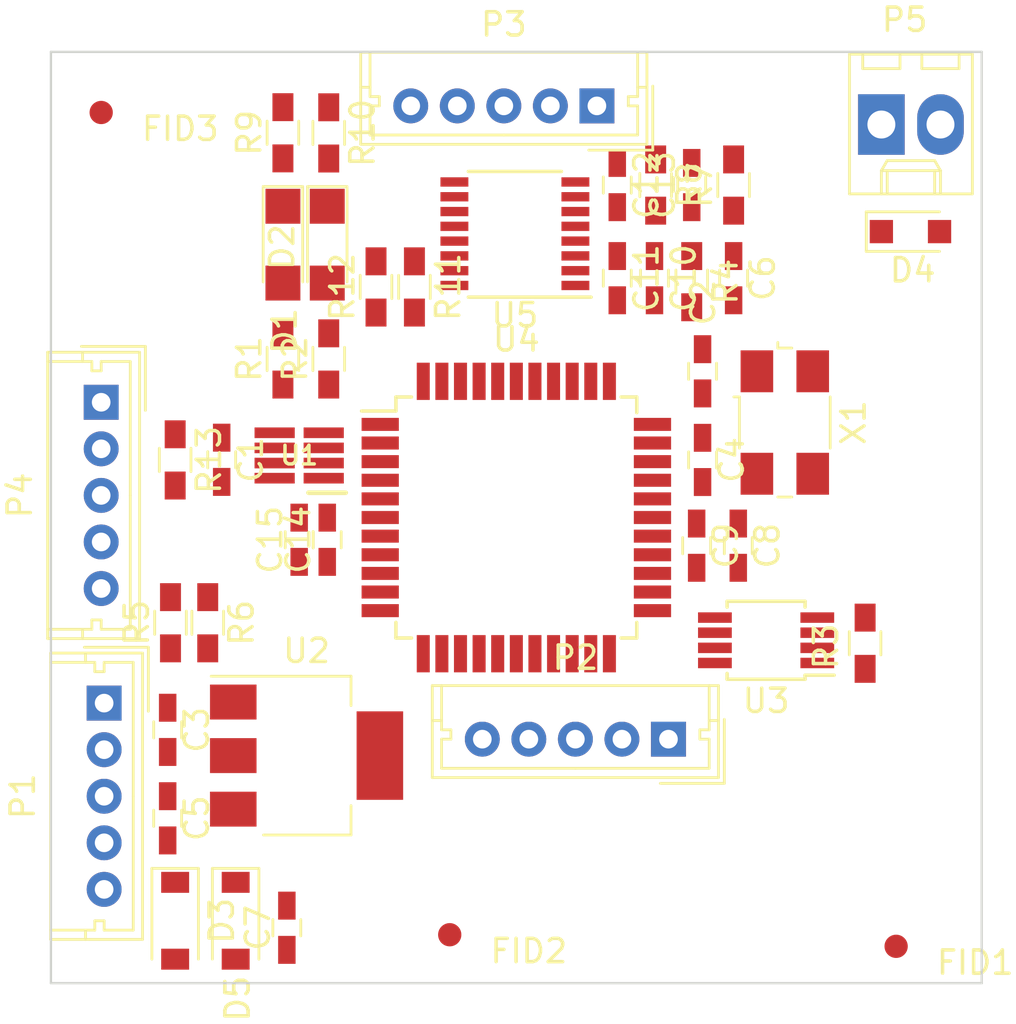
<source format=kicad_pcb>
(kicad_pcb (version 4) (host pcbnew 4.0.4-stable)

  (general
    (links 106)
    (no_connects 106)
    (area -0.050001 -0.050001 40.050001 40.050001)
    (thickness 1.6)
    (drawings 14)
    (tracks 0)
    (zones 0)
    (modules 47)
    (nets 39)
  )

  (page A4)
  (layers
    (0 F.Cu signal)
    (31 B.Cu signal)
    (32 B.Adhes user)
    (33 F.Adhes user)
    (34 B.Paste user)
    (35 F.Paste user)
    (36 B.SilkS user)
    (37 F.SilkS user)
    (38 B.Mask user)
    (39 F.Mask user)
    (40 Dwgs.User user)
    (41 Cmts.User user)
    (42 Eco1.User user)
    (43 Eco2.User user)
    (44 Edge.Cuts user)
    (45 Margin user)
    (46 B.CrtYd user)
    (47 F.CrtYd user)
    (48 B.Fab user)
    (49 F.Fab user)
  )

  (setup
    (last_trace_width 0.4)
    (trace_clearance 0.2)
    (zone_clearance 0.508)
    (zone_45_only yes)
    (trace_min 0.2)
    (segment_width 0.2)
    (edge_width 0.1)
    (via_size 0.6)
    (via_drill 0.4)
    (via_min_size 0.6)
    (via_min_drill 0.3)
    (uvia_size 0.3)
    (uvia_drill 0.1)
    (uvias_allowed no)
    (uvia_min_size 0.2)
    (uvia_min_drill 0.1)
    (pcb_text_width 0.3)
    (pcb_text_size 1.5 1.5)
    (mod_edge_width 0.15)
    (mod_text_size 1 1)
    (mod_text_width 0.15)
    (pad_size 1 1)
    (pad_drill 0)
    (pad_to_mask_clearance 0)
    (pad_to_paste_clearance -0.07)
    (aux_axis_origin 0 0)
    (grid_origin 11.938 198.12)
    (visible_elements 7FFCFFFF)
    (pcbplotparams
      (layerselection 0x3d0ff_80000001)
      (usegerberextensions false)
      (excludeedgelayer true)
      (linewidth 0.100000)
      (plotframeref false)
      (viasonmask true)
      (mode 1)
      (useauxorigin false)
      (hpglpennumber 1)
      (hpglpenspeed 20)
      (hpglpendiameter 15)
      (hpglpenoverlay 2)
      (psnegative false)
      (psa4output false)
      (plotreference false)
      (plotvalue false)
      (plotinvisibletext false)
      (padsonsilk true)
      (subtractmaskfromsilk false)
      (outputformat 1)
      (mirror false)
      (drillshape 0)
      (scaleselection 1)
      (outputdirectory C:/IDMV/Electronica/Proyectos/AMSAT/repositorio/easat-2/hardware/MCU/fabricacion/Gerbers/))
  )

  (net 0 "")
  (net 1 /RA6)
  (net 2 GND)
  (net 3 /RA7)
  (net 4 /F_BEA)
  (net 5 VCC)
  (net 6 "Net-(D1-Pad2)")
  (net 7 /BUZZER)
  (net 8 /PWD)
  (net 9 /SOL)
  (net 10 /DIS)
  (net 11 /PGD)
  (net 12 /PGC)
  (net 13 /ENA)
  (net 14 /TEMP)
  (net 15 /WDI)
  (net 16 VDD)
  (net 17 /AGC)
  (net 18 /LED_G)
  (net 19 "Net-(R7-Pad1)")
  (net 20 "Net-(R10-Pad2)")
  (net 21 /F_RF_IN)
  (net 22 "Net-(R11-Pad1)")
  (net 23 "Net-(U5-Pad15)")
  (net 24 /PTT)
  (net 25 /RPT)
  (net 26 /HIPWR)
  (net 27 /BEACON_ON)
  (net 28 /VBAT)
  (net 29 /BEACON_MODE)
  (net 30 /RF_IN)
  (net 31 "Net-(C6-Pad1)")
  (net 32 "Net-(C13-Pad1)")
  (net 33 "Net-(C13-Pad2)")
  (net 34 "Net-(C12-Pad2)")
  (net 35 "Net-(D2-Pad2)")
  (net 36 /LED_R)
  (net 37 "Net-(C7-Pad2)")
  (net 38 /~WDO/MCLR)

  (net_class Default "Esta es la clase de red por defecto."
    (clearance 0.2)
    (trace_width 0.4)
    (via_dia 0.6)
    (via_drill 0.4)
    (uvia_dia 0.3)
    (uvia_drill 0.1)
    (add_net /AGC)
    (add_net /BEACON_MODE)
    (add_net /BEACON_ON)
    (add_net /BUZZER)
    (add_net /DIS)
    (add_net /ENA)
    (add_net /F_BEA)
    (add_net /F_RF_IN)
    (add_net /HIPWR)
    (add_net /LED_G)
    (add_net /LED_R)
    (add_net /PGC)
    (add_net /PGD)
    (add_net /PTT)
    (add_net /PWD)
    (add_net /RA6)
    (add_net /RA7)
    (add_net /RF_IN)
    (add_net /RPT)
    (add_net /SOL)
    (add_net /TEMP)
    (add_net /VBAT)
    (add_net /WDI)
    (add_net /~WDO/MCLR)
    (add_net GND)
    (add_net "Net-(C12-Pad2)")
    (add_net "Net-(C13-Pad1)")
    (add_net "Net-(C13-Pad2)")
    (add_net "Net-(C6-Pad1)")
    (add_net "Net-(C7-Pad2)")
    (add_net "Net-(D1-Pad2)")
    (add_net "Net-(D2-Pad2)")
    (add_net "Net-(R10-Pad2)")
    (add_net "Net-(R11-Pad1)")
    (add_net "Net-(R7-Pad1)")
    (add_net "Net-(U5-Pad15)")
    (add_net VCC)
    (add_net VDD)
  )

  (module Resistors_SMD:R_0603_HandSoldering (layer F.Cu) (tedit 591A1C65) (tstamp 58D44D7F)
    (at 9.9695 13.189 90)
    (descr "Resistor SMD 0603, hand soldering")
    (tags "resistor 0603")
    (path /58ABE2B2)
    (attr smd)
    (fp_text reference R1 (at 0 -1.45 90) (layer F.SilkS)
      (effects (font (size 1 1) (thickness 0.15)))
    )
    (fp_text value 470 (at 0 1.55 90) (layer F.Fab)
      (effects (font (size 1 1) (thickness 0.15)))
    )
    (fp_text user %R (at 1.016 -3.8735 270) (layer F.Fab)
      (effects (font (size 1 1) (thickness 0.15)))
    )
    (fp_line (start -0.8 0.4) (end -0.8 -0.4) (layer F.Fab) (width 0.1))
    (fp_line (start 0.8 0.4) (end -0.8 0.4) (layer F.Fab) (width 0.1))
    (fp_line (start 0.8 -0.4) (end 0.8 0.4) (layer F.Fab) (width 0.1))
    (fp_line (start -0.8 -0.4) (end 0.8 -0.4) (layer F.Fab) (width 0.1))
    (fp_line (start 0.5 0.68) (end -0.5 0.68) (layer F.SilkS) (width 0.12))
    (fp_line (start -0.5 -0.68) (end 0.5 -0.68) (layer F.SilkS) (width 0.12))
    (fp_line (start -1.96 -0.7) (end 1.95 -0.7) (layer F.CrtYd) (width 0.05))
    (fp_line (start -1.96 -0.7) (end -1.96 0.7) (layer F.CrtYd) (width 0.05))
    (fp_line (start 1.95 0.7) (end 1.95 -0.7) (layer F.CrtYd) (width 0.05))
    (fp_line (start 1.95 0.7) (end -1.96 0.7) (layer F.CrtYd) (width 0.05))
    (pad 1 smd rect (at -1.1 0 90) (size 1.2 0.9) (layers F.Cu F.Paste F.Mask)
      (net 18 /LED_G))
    (pad 2 smd rect (at 1.1 0 90) (size 1.2 0.9) (layers F.Cu F.Paste F.Mask)
      (net 6 "Net-(D1-Pad2)"))
    (model Resistors_SMD.3dshapes/R_0603.wrl
      (at (xyz 0 0 0))
      (scale (xyz 1 1 1))
      (rotate (xyz 0 0 0))
    )
  )

  (module Resistors_SMD:R_0603_HandSoldering (layer F.Cu) (tedit 591A1C76) (tstamp 58D44DFF)
    (at 9.9695 3.475 90)
    (descr "Resistor SMD 0603, hand soldering")
    (tags "resistor 0603")
    (path /58C66605)
    (attr smd)
    (fp_text reference R9 (at 0 -1.45 90) (layer F.SilkS)
      (effects (font (size 1 1) (thickness 0.15)))
    )
    (fp_text value 1K (at 0 1.55 90) (layer F.Fab)
      (effects (font (size 1 1) (thickness 0.15)))
    )
    (fp_text user %R (at -0.097 -1.397 90) (layer F.Fab)
      (effects (font (size 1 1) (thickness 0.15)))
    )
    (fp_line (start -0.8 0.4) (end -0.8 -0.4) (layer F.Fab) (width 0.1))
    (fp_line (start 0.8 0.4) (end -0.8 0.4) (layer F.Fab) (width 0.1))
    (fp_line (start 0.8 -0.4) (end 0.8 0.4) (layer F.Fab) (width 0.1))
    (fp_line (start -0.8 -0.4) (end 0.8 -0.4) (layer F.Fab) (width 0.1))
    (fp_line (start 0.5 0.68) (end -0.5 0.68) (layer F.SilkS) (width 0.12))
    (fp_line (start -0.5 -0.68) (end 0.5 -0.68) (layer F.SilkS) (width 0.12))
    (fp_line (start -1.96 -0.7) (end 1.95 -0.7) (layer F.CrtYd) (width 0.05))
    (fp_line (start -1.96 -0.7) (end -1.96 0.7) (layer F.CrtYd) (width 0.05))
    (fp_line (start 1.95 0.7) (end 1.95 -0.7) (layer F.CrtYd) (width 0.05))
    (fp_line (start 1.95 0.7) (end -1.96 0.7) (layer F.CrtYd) (width 0.05))
    (pad 1 smd rect (at -1.1 0 90) (size 1.2 0.9) (layers F.Cu F.Paste F.Mask)
      (net 20 "Net-(R10-Pad2)"))
    (pad 2 smd rect (at 1.1 0 90) (size 1.2 0.9) (layers F.Cu F.Paste F.Mask)
      (net 2 GND))
    (model Resistors_SMD.3dshapes/R_0603.wrl
      (at (xyz 0 0 0))
      (scale (xyz 1 1 1))
      (rotate (xyz 0 0 0))
    )
  )

  (module Fiducials:Fiducial_1mm_Dia_2.54mm_Outer_CopperTop (layer F.Cu) (tedit 0) (tstamp 591A13F3)
    (at 36.322 38.4175)
    (descr "Circular Fiducial, 1mm bare copper top; 2.54mm keepout")
    (tags marker)
    (path /591A5C55)
    (attr virtual)
    (fp_text reference FID1 (at 3.4 0.7) (layer F.SilkS)
      (effects (font (size 1 1) (thickness 0.15)))
    )
    (fp_text value FIDUCIAL (at 0 -1.8) (layer F.Fab)
      (effects (font (size 1 1) (thickness 0.15)))
    )
    (fp_circle (center 0 0) (end 1.55 0) (layer F.CrtYd) (width 0.05))
    (pad ~ smd circle (at 0 0) (size 1 1) (layers F.Cu F.Mask)
      (solder_mask_margin 0.77) (clearance 0.77))
  )

  (module Fiducials:Fiducial_1mm_Dia_2.54mm_Outer_CopperTop (layer F.Cu) (tedit 0) (tstamp 591A13FF)
    (at 2.159 2.6035)
    (descr "Circular Fiducial, 1mm bare copper top; 2.54mm keepout")
    (tags marker)
    (path /591A629A)
    (attr virtual)
    (fp_text reference FID3 (at 3.4 0.7) (layer F.SilkS)
      (effects (font (size 1 1) (thickness 0.15)))
    )
    (fp_text value FIDUCIAL (at 0 -1.8) (layer F.Fab)
      (effects (font (size 1 1) (thickness 0.15)))
    )
    (fp_circle (center 0 0) (end 1.55 0) (layer F.CrtYd) (width 0.05))
    (pad ~ smd circle (at 0 0) (size 1 1) (layers F.Cu F.Mask)
      (solder_mask_margin 0.77) (clearance 0.77))
  )

  (module Fiducials:Fiducial_1mm_Dia_2.54mm_Outer_CopperTop (layer F.Cu) (tedit 0) (tstamp 591A13F9)
    (at 17.138 37.92)
    (descr "Circular Fiducial, 1mm bare copper top; 2.54mm keepout")
    (tags marker)
    (path /591A6223)
    (attr virtual)
    (fp_text reference FID2 (at 3.4 0.7) (layer F.SilkS)
      (effects (font (size 1 1) (thickness 0.15)))
    )
    (fp_text value FIDUCIAL (at 0 -1.8) (layer F.Fab)
      (effects (font (size 1 1) (thickness 0.15)))
    )
    (fp_circle (center 0 0) (end 1.55 0) (layer F.CrtYd) (width 0.05))
    (pad ~ smd circle (at 0 0) (size 1 1) (layers F.Cu F.Mask)
      (solder_mask_margin 0.77) (clearance 0.77))
  )

  (module Housings_QFP:LQFP-44_10x10mm_Pitch0.8mm (layer F.Cu) (tedit 58EFC3BB) (tstamp 58D4618F)
    (at 20 20)
    (descr "LQFP44 (see Appnote_PCB_Guidelines_TRINAMIC_packages.pdf)")
    (tags "QFP 0.8")
    (path /58A0B7A2)
    (attr smd)
    (fp_text reference U4 (at 0 -7.65) (layer F.SilkS)
      (effects (font (size 1 1) (thickness 0.15)))
    )
    (fp_text value PIC18F45K22 (at 0 7.65) (layer F.Fab)
      (effects (font (size 1 1) (thickness 0.15)))
    )
    (fp_text user %R (at -0.562 -7.63 180) (layer F.Fab)
      (effects (font (size 1 1) (thickness 0.15)))
    )
    (fp_line (start -4 -5) (end 5 -5) (layer F.Fab) (width 0.15))
    (fp_line (start 5 -5) (end 5 5) (layer F.Fab) (width 0.15))
    (fp_line (start 5 5) (end -5 5) (layer F.Fab) (width 0.15))
    (fp_line (start -5 5) (end -5 -4) (layer F.Fab) (width 0.15))
    (fp_line (start -5 -4) (end -4 -5) (layer F.Fab) (width 0.15))
    (fp_line (start -6.9 -6.9) (end -6.9 6.9) (layer F.CrtYd) (width 0.05))
    (fp_line (start 6.9 -6.9) (end 6.9 6.9) (layer F.CrtYd) (width 0.05))
    (fp_line (start -6.9 -6.9) (end 6.9 -6.9) (layer F.CrtYd) (width 0.05))
    (fp_line (start -6.9 6.9) (end 6.9 6.9) (layer F.CrtYd) (width 0.05))
    (fp_line (start -5.175 -5.175) (end -5.175 -4.575) (layer F.SilkS) (width 0.15))
    (fp_line (start 5.175 -5.175) (end 5.175 -4.505) (layer F.SilkS) (width 0.15))
    (fp_line (start 5.175 5.175) (end 5.175 4.505) (layer F.SilkS) (width 0.15))
    (fp_line (start -5.175 5.175) (end -5.175 4.505) (layer F.SilkS) (width 0.15))
    (fp_line (start -5.175 -5.175) (end -4.505 -5.175) (layer F.SilkS) (width 0.15))
    (fp_line (start -5.175 5.175) (end -4.505 5.175) (layer F.SilkS) (width 0.15))
    (fp_line (start 5.175 5.175) (end 4.505 5.175) (layer F.SilkS) (width 0.15))
    (fp_line (start 5.175 -5.175) (end 4.505 -5.175) (layer F.SilkS) (width 0.15))
    (fp_line (start -5.175 -4.575) (end -6.65 -4.575) (layer F.SilkS) (width 0.15))
    (pad 1 smd rect (at -5.85 -4) (size 1.6 0.56) (layers F.Cu F.Paste F.Mask))
    (pad 2 smd rect (at -5.85 -3.2) (size 1.6 0.56) (layers F.Cu F.Paste F.Mask)
      (net 18 /LED_G))
    (pad 3 smd rect (at -5.85 -2.4) (size 1.6 0.56) (layers F.Cu F.Paste F.Mask)
      (net 15 /WDI))
    (pad 4 smd rect (at -5.85 -1.6) (size 1.6 0.56) (layers F.Cu F.Paste F.Mask))
    (pad 5 smd rect (at -5.85 -0.8) (size 1.6 0.56) (layers F.Cu F.Paste F.Mask))
    (pad 6 smd rect (at -5.85 0) (size 1.6 0.56) (layers F.Cu F.Paste F.Mask)
      (net 2 GND))
    (pad 7 smd rect (at -5.85 0.8) (size 1.6 0.56) (layers F.Cu F.Paste F.Mask)
      (net 5 VCC))
    (pad 8 smd rect (at -5.85 1.6) (size 1.6 0.56) (layers F.Cu F.Paste F.Mask)
      (net 8 /PWD))
    (pad 9 smd rect (at -5.85 2.4) (size 1.6 0.56) (layers F.Cu F.Paste F.Mask)
      (net 24 /PTT))
    (pad 10 smd rect (at -5.85 3.2) (size 1.6 0.56) (layers F.Cu F.Paste F.Mask)
      (net 25 /RPT))
    (pad 11 smd rect (at -5.85 4) (size 1.6 0.56) (layers F.Cu F.Paste F.Mask)
      (net 26 /HIPWR))
    (pad 12 smd rect (at -4 5.85 90) (size 1.6 0.56) (layers F.Cu F.Paste F.Mask))
    (pad 13 smd rect (at -3.2 5.85 90) (size 1.6 0.56) (layers F.Cu F.Paste F.Mask))
    (pad 14 smd rect (at -2.4 5.85 90) (size 1.6 0.56) (layers F.Cu F.Paste F.Mask)
      (net 29 /BEACON_MODE))
    (pad 15 smd rect (at -1.6 5.85 90) (size 1.6 0.56) (layers F.Cu F.Paste F.Mask))
    (pad 16 smd rect (at -0.8 5.85 90) (size 1.6 0.56) (layers F.Cu F.Paste F.Mask)
      (net 12 /PGC))
    (pad 17 smd rect (at 0 5.85 90) (size 1.6 0.56) (layers F.Cu F.Paste F.Mask)
      (net 11 /PGD))
    (pad 18 smd rect (at 0.8 5.85 90) (size 1.6 0.56) (layers F.Cu F.Paste F.Mask)
      (net 38 /~WDO/MCLR))
    (pad 19 smd rect (at 1.6 5.85 90) (size 1.6 0.56) (layers F.Cu F.Paste F.Mask)
      (net 28 /VBAT))
    (pad 20 smd rect (at 2.4 5.85 90) (size 1.6 0.56) (layers F.Cu F.Paste F.Mask)
      (net 9 /SOL))
    (pad 21 smd rect (at 3.2 5.85 90) (size 1.6 0.56) (layers F.Cu F.Paste F.Mask)
      (net 17 /AGC))
    (pad 22 smd rect (at 4 5.85 90) (size 1.6 0.56) (layers F.Cu F.Paste F.Mask)
      (net 14 /TEMP))
    (pad 23 smd rect (at 5.85 4) (size 1.6 0.56) (layers F.Cu F.Paste F.Mask))
    (pad 24 smd rect (at 5.85 3.2) (size 1.6 0.56) (layers F.Cu F.Paste F.Mask)
      (net 21 /F_RF_IN))
    (pad 25 smd rect (at 5.85 2.4) (size 1.6 0.56) (layers F.Cu F.Paste F.Mask))
    (pad 26 smd rect (at 5.85 1.6) (size 1.6 0.56) (layers F.Cu F.Paste F.Mask)
      (net 13 /ENA))
    (pad 27 smd rect (at 5.85 0.8) (size 1.6 0.56) (layers F.Cu F.Paste F.Mask)
      (net 37 "Net-(C7-Pad2)"))
    (pad 28 smd rect (at 5.85 0) (size 1.6 0.56) (layers F.Cu F.Paste F.Mask)
      (net 5 VCC))
    (pad 29 smd rect (at 5.85 -0.8) (size 1.6 0.56) (layers F.Cu F.Paste F.Mask)
      (net 2 GND))
    (pad 30 smd rect (at 5.85 -1.6) (size 1.6 0.56) (layers F.Cu F.Paste F.Mask)
      (net 3 /RA7))
    (pad 31 smd rect (at 5.85 -2.4) (size 1.6 0.56) (layers F.Cu F.Paste F.Mask)
      (net 1 /RA6))
    (pad 32 smd rect (at 5.85 -3.2) (size 1.6 0.56) (layers F.Cu F.Paste F.Mask))
    (pad 33 smd rect (at 5.85 -4) (size 1.6 0.56) (layers F.Cu F.Paste F.Mask))
    (pad 34 smd rect (at 4 -5.85 90) (size 1.6 0.56) (layers F.Cu F.Paste F.Mask))
    (pad 35 smd rect (at 3.2 -5.85 90) (size 1.6 0.56) (layers F.Cu F.Paste F.Mask))
    (pad 36 smd rect (at 2.4 -5.85 90) (size 1.6 0.56) (layers F.Cu F.Paste F.Mask))
    (pad 37 smd rect (at 1.6 -5.85 90) (size 1.6 0.56) (layers F.Cu F.Paste F.Mask))
    (pad 38 smd rect (at 0.8 -5.85 90) (size 1.6 0.56) (layers F.Cu F.Paste F.Mask))
    (pad 39 smd rect (at 0 -5.85 90) (size 1.6 0.56) (layers F.Cu F.Paste F.Mask)
      (net 36 /LED_R))
    (pad 40 smd rect (at -0.8 -5.85 90) (size 1.6 0.56) (layers F.Cu F.Paste F.Mask)
      (net 7 /BUZZER))
    (pad 41 smd rect (at -1.6 -5.85 90) (size 1.6 0.56) (layers F.Cu F.Paste F.Mask)
      (net 27 /BEACON_ON))
    (pad 42 smd rect (at -2.4 -5.85 90) (size 1.6 0.56) (layers F.Cu F.Paste F.Mask))
    (pad 43 smd rect (at -3.2 -5.85 90) (size 1.6 0.56) (layers F.Cu F.Paste F.Mask))
    (pad 44 smd rect (at -4 -5.85 90) (size 1.6 0.56) (layers F.Cu F.Paste F.Mask))
    (model Housings_QFP.3dshapes/LQFP-44_10x10mm_Pitch0.8mm.wrl
      (at (xyz 0 0 0))
      (scale (xyz 1 1 1))
      (rotate (xyz 0 0 0))
    )
  )

  (module LEDs:LED_1206 (layer F.Cu) (tedit 591A1FE7) (tstamp 587B161B)
    (at 9.9695 8.2805 270)
    (descr "LED 1206 smd package")
    (tags "LED led 1206 SMD smd SMT smt smdled SMDLED smtled SMTLED")
    (path /58ABDFF6)
    (attr smd)
    (fp_text reference D1 (at 3.705 -0.07 270) (layer F.SilkS)
      (effects (font (size 1 1) (thickness 0.15)))
    )
    (fp_text value LED (at 0 2.54 270) (layer F.Fab)
      (effects (font (size 1 1) (thickness 0.15)))
    )
    (fp_line (start -2.5 -0.85) (end -2.5 0.85) (layer F.SilkS) (width 0.12))
    (fp_line (start -0.45 -0.4) (end -0.45 0.4) (layer F.Fab) (width 0.1))
    (fp_line (start -0.4 0) (end 0.2 -0.4) (layer F.Fab) (width 0.1))
    (fp_line (start 0.2 0.4) (end -0.4 0) (layer F.Fab) (width 0.1))
    (fp_line (start 0.2 -0.4) (end 0.2 0.4) (layer F.Fab) (width 0.1))
    (fp_line (start 1.6 0.8) (end -1.6 0.8) (layer F.Fab) (width 0.1))
    (fp_line (start 1.6 -0.8) (end 1.6 0.8) (layer F.Fab) (width 0.1))
    (fp_line (start -1.6 -0.8) (end 1.6 -0.8) (layer F.Fab) (width 0.1))
    (fp_line (start -1.6 0.8) (end -1.6 -0.8) (layer F.Fab) (width 0.1))
    (fp_line (start -2.45 0.85) (end 1.6 0.85) (layer F.SilkS) (width 0.12))
    (fp_line (start -2.45 -0.85) (end 1.6 -0.85) (layer F.SilkS) (width 0.12))
    (fp_line (start 2.65 -1) (end 2.65 1) (layer F.CrtYd) (width 0.05))
    (fp_line (start 2.65 1) (end -2.65 1) (layer F.CrtYd) (width 0.05))
    (fp_line (start -2.65 1) (end -2.65 -1) (layer F.CrtYd) (width 0.05))
    (fp_line (start -2.65 -1) (end 2.65 -1) (layer F.CrtYd) (width 0.05))
    (pad 2 smd rect (at 1.65 0 90) (size 1.5 1.5) (layers F.Cu F.Paste F.Mask)
      (net 6 "Net-(D1-Pad2)"))
    (pad 1 smd rect (at -1.65 0 90) (size 1.5 1.5) (layers F.Cu F.Paste F.Mask)
      (net 2 GND))
    (model LEDs.3dshapes/LED_1206.wrl
      (at (xyz 0 0 0))
      (scale (xyz 1 1 1))
      (rotate (xyz 0 0 180))
    )
  )

  (module smd-semi:SOT-23-8 (layer F.Cu) (tedit 5523110C) (tstamp 58850009)
    (at 10.668 17.3355 180)
    (path /58272E1A)
    (attr smd)
    (fp_text reference U1 (at 0 0 180) (layer F.SilkS)
      (effects (font (size 0.8 0.8) (thickness 0.15)))
    )
    (fp_text value MAX6369 (at 0 0 180) (layer F.Fab)
      (effects (font (size 0.8 0.8) (thickness 0.15)))
    )
    (fp_line (start -0.2 -1.4) (end -0.8 -0.8) (layer F.Fab) (width 0.2))
    (fp_line (start -0.8125 -1.45) (end 0.8125 -1.45) (layer F.Fab) (width 0.2))
    (fp_line (start -0.8125 1.45) (end -0.8125 -1.45) (layer F.Fab) (width 0.2))
    (fp_line (start 0.8125 1.45) (end -0.8125 1.45) (layer F.Fab) (width 0.2))
    (fp_line (start 0.8125 -1.45) (end 0.8125 1.45) (layer F.Fab) (width 0.2))
    (fp_line (start -0.4 -1.6) (end -2 -1.6) (layer F.SilkS) (width 0.2))
    (fp_line (start -2.1675 -1.75) (end 2.1675 -1.75) (layer F.CrtYd) (width 0.2))
    (fp_line (start -2.1675 1.75) (end -2.1675 -1.75) (layer F.CrtYd) (width 0.2))
    (fp_line (start 2.1675 1.75) (end -2.1675 1.75) (layer F.CrtYd) (width 0.2))
    (fp_line (start 2.1675 -1.75) (end 2.1675 1.75) (layer F.CrtYd) (width 0.2))
    (pad 1 smd rect (at -1.054 -0.975 90) (size 0.457 1.727) (layers F.Cu F.Paste F.Mask)
      (net 15 /WDI))
    (pad 2 smd rect (at -1.054 -0.325 90) (size 0.457 1.727) (layers F.Cu F.Paste F.Mask)
      (net 2 GND))
    (pad 3 smd rect (at -1.054 0.325 90) (size 0.457 1.727) (layers F.Cu F.Paste F.Mask))
    (pad 4 smd rect (at -1.054 0.975 90) (size 0.457 1.727) (layers F.Cu F.Paste F.Mask)
      (net 5 VCC))
    (pad 5 smd rect (at 1.054 0.975 90) (size 0.457 1.727) (layers F.Cu F.Paste F.Mask)
      (net 5 VCC))
    (pad 6 smd rect (at 1.054 0.325 90) (size 0.457 1.727) (layers F.Cu F.Paste F.Mask)
      (net 5 VCC))
    (pad 7 smd rect (at 1.054 -0.325 90) (size 0.457 1.727) (layers F.Cu F.Paste F.Mask)
      (net 38 /~WDO/MCLR))
    (pad 8 smd rect (at 1.054 -0.975 90) (size 0.457 1.727) (layers F.Cu F.Paste F.Mask)
      (net 5 VCC))
    (model smd_trans/sot23-8.wrl
      (at (xyz 0 0 0))
      (scale (xyz 1 1 1))
      (rotate (xyz 0 0 90))
    )
  )

  (module Diodes_SMD:D_SOD-123 (layer F.Cu) (tedit 591A1FE9) (tstamp 58D44880)
    (at 7.938 37.32 270)
    (descr SOD-123)
    (tags SOD-123)
    (path /5904E69F)
    (attr smd)
    (fp_text reference D5 (at 3.345 -0.08 270) (layer F.SilkS)
      (effects (font (size 1 1) (thickness 0.15)))
    )
    (fp_text value ZENER (at 0 2.1 270) (layer F.Fab)
      (effects (font (size 1 1) (thickness 0.15)))
    )
    (fp_line (start -2.25 -1) (end -2.25 1) (layer F.SilkS) (width 0.12))
    (fp_line (start 0.25 0) (end 0.75 0) (layer F.Fab) (width 0.1))
    (fp_line (start 0.25 0.4) (end -0.35 0) (layer F.Fab) (width 0.1))
    (fp_line (start 0.25 -0.4) (end 0.25 0.4) (layer F.Fab) (width 0.1))
    (fp_line (start -0.35 0) (end 0.25 -0.4) (layer F.Fab) (width 0.1))
    (fp_line (start -0.35 0) (end -0.35 0.55) (layer F.Fab) (width 0.1))
    (fp_line (start -0.35 0) (end -0.35 -0.55) (layer F.Fab) (width 0.1))
    (fp_line (start -0.75 0) (end -0.35 0) (layer F.Fab) (width 0.1))
    (fp_line (start -1.4 0.9) (end -1.4 -0.9) (layer F.Fab) (width 0.1))
    (fp_line (start 1.4 0.9) (end -1.4 0.9) (layer F.Fab) (width 0.1))
    (fp_line (start 1.4 -0.9) (end 1.4 0.9) (layer F.Fab) (width 0.1))
    (fp_line (start -1.4 -0.9) (end 1.4 -0.9) (layer F.Fab) (width 0.1))
    (fp_line (start -2.35 -1.15) (end 2.35 -1.15) (layer F.CrtYd) (width 0.05))
    (fp_line (start 2.35 -1.15) (end 2.35 1.15) (layer F.CrtYd) (width 0.05))
    (fp_line (start 2.35 1.15) (end -2.35 1.15) (layer F.CrtYd) (width 0.05))
    (fp_line (start -2.35 -1.15) (end -2.35 1.15) (layer F.CrtYd) (width 0.05))
    (fp_line (start -2.25 1) (end 1.65 1) (layer F.SilkS) (width 0.12))
    (fp_line (start -2.25 -1) (end 1.65 -1) (layer F.SilkS) (width 0.12))
    (pad 1 smd rect (at -1.65 0 270) (size 0.9 1.2) (layers F.Cu F.Paste F.Mask)
      (net 8 /PWD))
    (pad 2 smd rect (at 1.65 0 270) (size 0.9 1.2) (layers F.Cu F.Paste F.Mask)
      (net 2 GND))
    (model ${KISYS3DMOD}/Diodes_SMD.3dshapes/D_SOD-123.wrl
      (at (xyz 0 0 0))
      (scale (xyz 1 1 1))
      (rotate (xyz 0 0 0))
    )
  )

  (module Capacitors_SMD:C_0603_HandSoldering (layer F.Cu) (tedit 591A1C95) (tstamp 58D44C9F)
    (at 7.338 17.52 270)
    (descr "Capacitor SMD 0603, hand soldering")
    (tags "capacitor 0603")
    (path /58789C1B)
    (attr smd)
    (fp_text reference C1 (at 0 -1.25 270) (layer F.SilkS)
      (effects (font (size 1 1) (thickness 0.15)))
    )
    (fp_text value 100nF (at 0 1.5 270) (layer F.Fab)
      (effects (font (size 1 1) (thickness 0.15)))
    )
    (fp_text user %R (at -3 2 450) (layer F.Fab)
      (effects (font (size 1 1) (thickness 0.15)))
    )
    (fp_line (start -0.8 0.4) (end -0.8 -0.4) (layer F.Fab) (width 0.1))
    (fp_line (start 0.8 0.4) (end -0.8 0.4) (layer F.Fab) (width 0.1))
    (fp_line (start 0.8 -0.4) (end 0.8 0.4) (layer F.Fab) (width 0.1))
    (fp_line (start -0.8 -0.4) (end 0.8 -0.4) (layer F.Fab) (width 0.1))
    (fp_line (start -0.35 -0.6) (end 0.35 -0.6) (layer F.SilkS) (width 0.12))
    (fp_line (start 0.35 0.6) (end -0.35 0.6) (layer F.SilkS) (width 0.12))
    (fp_line (start -1.8 -0.65) (end 1.8 -0.65) (layer F.CrtYd) (width 0.05))
    (fp_line (start -1.8 -0.65) (end -1.8 0.65) (layer F.CrtYd) (width 0.05))
    (fp_line (start 1.8 0.65) (end 1.8 -0.65) (layer F.CrtYd) (width 0.05))
    (fp_line (start 1.8 0.65) (end -1.8 0.65) (layer F.CrtYd) (width 0.05))
    (pad 1 smd rect (at -0.95 0 270) (size 1.2 0.75) (layers F.Cu F.Paste F.Mask)
      (net 5 VCC))
    (pad 2 smd rect (at 0.95 0 270) (size 1.2 0.75) (layers F.Cu F.Paste F.Mask)
      (net 2 GND))
    (model Capacitors_SMD.3dshapes/C_0603.wrl
      (at (xyz 0 0 0))
      (scale (xyz 1 1 1))
      (rotate (xyz 0 0 0))
    )
  )

  (module Capacitors_SMD:C_0603_HandSoldering (layer F.Cu) (tedit 591A2021) (tstamp 58D44CAF)
    (at 28.0035 13.72 90)
    (descr "Capacitor SMD 0603, hand soldering")
    (tags "capacitor 0603")
    (path /582720CA)
    (attr smd)
    (fp_text reference C2 (at 2.951379 0.024918 90) (layer F.SilkS)
      (effects (font (size 1 1) (thickness 0.15)))
    )
    (fp_text value 18pF (at 0 1.5 90) (layer F.Fab)
      (effects (font (size 1 1) (thickness 0.15)))
    )
    (fp_text user %R (at 1.9175 -2.0655 270) (layer F.Fab)
      (effects (font (size 1 1) (thickness 0.15)))
    )
    (fp_line (start -0.8 0.4) (end -0.8 -0.4) (layer F.Fab) (width 0.1))
    (fp_line (start 0.8 0.4) (end -0.8 0.4) (layer F.Fab) (width 0.1))
    (fp_line (start 0.8 -0.4) (end 0.8 0.4) (layer F.Fab) (width 0.1))
    (fp_line (start -0.8 -0.4) (end 0.8 -0.4) (layer F.Fab) (width 0.1))
    (fp_line (start -0.35 -0.6) (end 0.35 -0.6) (layer F.SilkS) (width 0.12))
    (fp_line (start 0.35 0.6) (end -0.35 0.6) (layer F.SilkS) (width 0.12))
    (fp_line (start -1.8 -0.65) (end 1.8 -0.65) (layer F.CrtYd) (width 0.05))
    (fp_line (start -1.8 -0.65) (end -1.8 0.65) (layer F.CrtYd) (width 0.05))
    (fp_line (start 1.8 0.65) (end 1.8 -0.65) (layer F.CrtYd) (width 0.05))
    (fp_line (start 1.8 0.65) (end -1.8 0.65) (layer F.CrtYd) (width 0.05))
    (pad 1 smd rect (at -0.95 0 90) (size 1.2 0.75) (layers F.Cu F.Paste F.Mask)
      (net 1 /RA6))
    (pad 2 smd rect (at 0.95 0 90) (size 1.2 0.75) (layers F.Cu F.Paste F.Mask)
      (net 2 GND))
    (model Capacitors_SMD.3dshapes/C_0603.wrl
      (at (xyz 0 0 0))
      (scale (xyz 1 1 1))
      (rotate (xyz 0 0 0))
    )
  )

  (module Capacitors_SMD:C_0603_HandSoldering (layer F.Cu) (tedit 591A2079) (tstamp 58D44CBF)
    (at 5.0165 29.12 270)
    (descr "Capacitor SMD 0603, hand soldering")
    (tags "capacitor 0603")
    (path /58C4011D)
    (attr smd)
    (fp_text reference C3 (at 0 -1.25 270) (layer F.SilkS)
      (effects (font (size 1 1) (thickness 0.15)))
    )
    (fp_text value 1uF (at 0 1.5 270) (layer F.Fab)
      (effects (font (size 1 1) (thickness 0.15)))
    )
    (fp_text user %R (at -8.352 -0.0635 270) (layer F.Fab)
      (effects (font (size 1 1) (thickness 0.15)))
    )
    (fp_line (start -0.8 0.4) (end -0.8 -0.4) (layer F.Fab) (width 0.1))
    (fp_line (start 0.8 0.4) (end -0.8 0.4) (layer F.Fab) (width 0.1))
    (fp_line (start 0.8 -0.4) (end 0.8 0.4) (layer F.Fab) (width 0.1))
    (fp_line (start -0.8 -0.4) (end 0.8 -0.4) (layer F.Fab) (width 0.1))
    (fp_line (start -0.35 -0.6) (end 0.35 -0.6) (layer F.SilkS) (width 0.12))
    (fp_line (start 0.35 0.6) (end -0.35 0.6) (layer F.SilkS) (width 0.12))
    (fp_line (start -1.8 -0.65) (end 1.8 -0.65) (layer F.CrtYd) (width 0.05))
    (fp_line (start -1.8 -0.65) (end -1.8 0.65) (layer F.CrtYd) (width 0.05))
    (fp_line (start 1.8 0.65) (end 1.8 -0.65) (layer F.CrtYd) (width 0.05))
    (fp_line (start 1.8 0.65) (end -1.8 0.65) (layer F.CrtYd) (width 0.05))
    (pad 1 smd rect (at -0.95 0 270) (size 1.2 0.75) (layers F.Cu F.Paste F.Mask)
      (net 16 VDD))
    (pad 2 smd rect (at 0.95 0 270) (size 1.2 0.75) (layers F.Cu F.Paste F.Mask)
      (net 2 GND))
    (model Capacitors_SMD.3dshapes/C_0603.wrl
      (at (xyz 0 0 0))
      (scale (xyz 1 1 1))
      (rotate (xyz 0 0 0))
    )
  )

  (module Capacitors_SMD:C_0603_HandSoldering (layer F.Cu) (tedit 591A1C8D) (tstamp 58D44CCF)
    (at 28.0035 17.526 270)
    (descr "Capacitor SMD 0603, hand soldering")
    (tags "capacitor 0603")
    (path /59047684)
    (attr smd)
    (fp_text reference C4 (at 0 -1.25 270) (layer F.SilkS)
      (effects (font (size 1 1) (thickness 0.15)))
    )
    (fp_text value 18pF (at 0 1.5 270) (layer F.Fab)
      (effects (font (size 1 1) (thickness 0.15)))
    )
    (fp_text user %R (at -3.156 2.0655 270) (layer F.Fab)
      (effects (font (size 1 1) (thickness 0.15)))
    )
    (fp_line (start -0.8 0.4) (end -0.8 -0.4) (layer F.Fab) (width 0.1))
    (fp_line (start 0.8 0.4) (end -0.8 0.4) (layer F.Fab) (width 0.1))
    (fp_line (start 0.8 -0.4) (end 0.8 0.4) (layer F.Fab) (width 0.1))
    (fp_line (start -0.8 -0.4) (end 0.8 -0.4) (layer F.Fab) (width 0.1))
    (fp_line (start -0.35 -0.6) (end 0.35 -0.6) (layer F.SilkS) (width 0.12))
    (fp_line (start 0.35 0.6) (end -0.35 0.6) (layer F.SilkS) (width 0.12))
    (fp_line (start -1.8 -0.65) (end 1.8 -0.65) (layer F.CrtYd) (width 0.05))
    (fp_line (start -1.8 -0.65) (end -1.8 0.65) (layer F.CrtYd) (width 0.05))
    (fp_line (start 1.8 0.65) (end 1.8 -0.65) (layer F.CrtYd) (width 0.05))
    (fp_line (start 1.8 0.65) (end -1.8 0.65) (layer F.CrtYd) (width 0.05))
    (pad 1 smd rect (at -0.95 0 270) (size 1.2 0.75) (layers F.Cu F.Paste F.Mask)
      (net 3 /RA7))
    (pad 2 smd rect (at 0.95 0 270) (size 1.2 0.75) (layers F.Cu F.Paste F.Mask)
      (net 2 GND))
    (model Capacitors_SMD.3dshapes/C_0603.wrl
      (at (xyz 0 0 0))
      (scale (xyz 1 1 1))
      (rotate (xyz 0 0 0))
    )
  )

  (module Capacitors_SMD:C_0603_HandSoldering (layer F.Cu) (tedit 591A1C58) (tstamp 58D44CDF)
    (at 5.0165 32.92 270)
    (descr "Capacitor SMD 0603, hand soldering")
    (tags "capacitor 0603")
    (path /59043BAE)
    (attr smd)
    (fp_text reference C5 (at 0 -1.25 270) (layer F.SilkS)
      (effects (font (size 1 1) (thickness 0.15)))
    )
    (fp_text value 1uF (at 0 1.5 270) (layer F.Fab)
      (effects (font (size 1 1) (thickness 0.15)))
    )
    (fp_text user %R (at 0.1555 -1.3215 450) (layer F.Fab)
      (effects (font (size 1 1) (thickness 0.15)))
    )
    (fp_line (start -0.8 0.4) (end -0.8 -0.4) (layer F.Fab) (width 0.1))
    (fp_line (start 0.8 0.4) (end -0.8 0.4) (layer F.Fab) (width 0.1))
    (fp_line (start 0.8 -0.4) (end 0.8 0.4) (layer F.Fab) (width 0.1))
    (fp_line (start -0.8 -0.4) (end 0.8 -0.4) (layer F.Fab) (width 0.1))
    (fp_line (start -0.35 -0.6) (end 0.35 -0.6) (layer F.SilkS) (width 0.12))
    (fp_line (start 0.35 0.6) (end -0.35 0.6) (layer F.SilkS) (width 0.12))
    (fp_line (start -1.8 -0.65) (end 1.8 -0.65) (layer F.CrtYd) (width 0.05))
    (fp_line (start -1.8 -0.65) (end -1.8 0.65) (layer F.CrtYd) (width 0.05))
    (fp_line (start 1.8 0.65) (end 1.8 -0.65) (layer F.CrtYd) (width 0.05))
    (fp_line (start 1.8 0.65) (end -1.8 0.65) (layer F.CrtYd) (width 0.05))
    (pad 1 smd rect (at -0.95 0 270) (size 1.2 0.75) (layers F.Cu F.Paste F.Mask)
      (net 5 VCC))
    (pad 2 smd rect (at 0.95 0 270) (size 1.2 0.75) (layers F.Cu F.Paste F.Mask)
      (net 2 GND))
    (model Capacitors_SMD.3dshapes/C_0603.wrl
      (at (xyz 0 0 0))
      (scale (xyz 1 1 1))
      (rotate (xyz 0 0 0))
    )
  )

  (module Capacitors_SMD:C_0603_HandSoldering (layer F.Cu) (tedit 591A1C8B) (tstamp 58D44CFF)
    (at 10.138 37.62 90)
    (descr "Capacitor SMD 0603, hand soldering")
    (tags "capacitor 0603")
    (path /590493E7)
    (attr smd)
    (fp_text reference C7 (at 0 -1.25 90) (layer F.SilkS)
      (effects (font (size 1 1) (thickness 0.15)))
    )
    (fp_text value 100nF (at 0 1.5 90) (layer F.Fab)
      (effects (font (size 1 1) (thickness 0.15)))
    )
    (fp_text user %R (at 0 3.5 90) (layer F.Fab)
      (effects (font (size 1 1) (thickness 0.15)))
    )
    (fp_line (start -0.8 0.4) (end -0.8 -0.4) (layer F.Fab) (width 0.1))
    (fp_line (start 0.8 0.4) (end -0.8 0.4) (layer F.Fab) (width 0.1))
    (fp_line (start 0.8 -0.4) (end 0.8 0.4) (layer F.Fab) (width 0.1))
    (fp_line (start -0.8 -0.4) (end 0.8 -0.4) (layer F.Fab) (width 0.1))
    (fp_line (start -0.35 -0.6) (end 0.35 -0.6) (layer F.SilkS) (width 0.12))
    (fp_line (start 0.35 0.6) (end -0.35 0.6) (layer F.SilkS) (width 0.12))
    (fp_line (start -1.8 -0.65) (end 1.8 -0.65) (layer F.CrtYd) (width 0.05))
    (fp_line (start -1.8 -0.65) (end -1.8 0.65) (layer F.CrtYd) (width 0.05))
    (fp_line (start 1.8 0.65) (end 1.8 -0.65) (layer F.CrtYd) (width 0.05))
    (fp_line (start 1.8 0.65) (end -1.8 0.65) (layer F.CrtYd) (width 0.05))
    (pad 1 smd rect (at -0.95 0 90) (size 1.2 0.75) (layers F.Cu F.Paste F.Mask)
      (net 10 /DIS))
    (pad 2 smd rect (at 0.95 0 90) (size 1.2 0.75) (layers F.Cu F.Paste F.Mask)
      (net 37 "Net-(C7-Pad2)"))
    (model Capacitors_SMD.3dshapes/C_0603.wrl
      (at (xyz 0 0 0))
      (scale (xyz 1 1 1))
      (rotate (xyz 0 0 0))
    )
  )

  (module Capacitors_SMD:C_0603_HandSoldering (layer F.Cu) (tedit 58EFC3C9) (tstamp 58D44D0F)
    (at 29.538 21.209 270)
    (descr "Capacitor SMD 0603, hand soldering")
    (tags "capacitor 0603")
    (path /58784276)
    (attr smd)
    (fp_text reference C8 (at 0 -1.25 270) (layer F.SilkS)
      (effects (font (size 1 1) (thickness 0.15)))
    )
    (fp_text value 10nF (at 0 1.5 270) (layer F.Fab)
      (effects (font (size 1 1) (thickness 0.15)))
    )
    (fp_text user %R (at -0.089 -1.605 450) (layer F.Fab)
      (effects (font (size 1 1) (thickness 0.15)))
    )
    (fp_line (start -0.8 0.4) (end -0.8 -0.4) (layer F.Fab) (width 0.1))
    (fp_line (start 0.8 0.4) (end -0.8 0.4) (layer F.Fab) (width 0.1))
    (fp_line (start 0.8 -0.4) (end 0.8 0.4) (layer F.Fab) (width 0.1))
    (fp_line (start -0.8 -0.4) (end 0.8 -0.4) (layer F.Fab) (width 0.1))
    (fp_line (start -0.35 -0.6) (end 0.35 -0.6) (layer F.SilkS) (width 0.12))
    (fp_line (start 0.35 0.6) (end -0.35 0.6) (layer F.SilkS) (width 0.12))
    (fp_line (start -1.8 -0.65) (end 1.8 -0.65) (layer F.CrtYd) (width 0.05))
    (fp_line (start -1.8 -0.65) (end -1.8 0.65) (layer F.CrtYd) (width 0.05))
    (fp_line (start 1.8 0.65) (end 1.8 -0.65) (layer F.CrtYd) (width 0.05))
    (fp_line (start 1.8 0.65) (end -1.8 0.65) (layer F.CrtYd) (width 0.05))
    (pad 1 smd rect (at -0.95 0 270) (size 1.2 0.75) (layers F.Cu F.Paste F.Mask)
      (net 5 VCC))
    (pad 2 smd rect (at 0.95 0 270) (size 1.2 0.75) (layers F.Cu F.Paste F.Mask)
      (net 2 GND))
    (model Capacitors_SMD.3dshapes/C_0603.wrl
      (at (xyz 0 0 0))
      (scale (xyz 1 1 1))
      (rotate (xyz 0 0 0))
    )
  )

  (module Capacitors_SMD:C_0603_HandSoldering (layer F.Cu) (tedit 58EFC3CE) (tstamp 58D44D1F)
    (at 27.7495 21.209 270)
    (descr "Capacitor SMD 0603, hand soldering")
    (tags "capacitor 0603")
    (path /59049AB1)
    (attr smd)
    (fp_text reference C9 (at 0 -1.25 270) (layer F.SilkS)
      (effects (font (size 1 1) (thickness 0.15)))
    )
    (fp_text value 100nF (at 0 1.5 270) (layer F.Fab)
      (effects (font (size 1 1) (thickness 0.15)))
    )
    (fp_text user %R (at -0.089 -4.9885 450) (layer F.Fab)
      (effects (font (size 1 1) (thickness 0.15)))
    )
    (fp_line (start -0.8 0.4) (end -0.8 -0.4) (layer F.Fab) (width 0.1))
    (fp_line (start 0.8 0.4) (end -0.8 0.4) (layer F.Fab) (width 0.1))
    (fp_line (start 0.8 -0.4) (end 0.8 0.4) (layer F.Fab) (width 0.1))
    (fp_line (start -0.8 -0.4) (end 0.8 -0.4) (layer F.Fab) (width 0.1))
    (fp_line (start -0.35 -0.6) (end 0.35 -0.6) (layer F.SilkS) (width 0.12))
    (fp_line (start 0.35 0.6) (end -0.35 0.6) (layer F.SilkS) (width 0.12))
    (fp_line (start -1.8 -0.65) (end 1.8 -0.65) (layer F.CrtYd) (width 0.05))
    (fp_line (start -1.8 -0.65) (end -1.8 0.65) (layer F.CrtYd) (width 0.05))
    (fp_line (start 1.8 0.65) (end 1.8 -0.65) (layer F.CrtYd) (width 0.05))
    (fp_line (start 1.8 0.65) (end -1.8 0.65) (layer F.CrtYd) (width 0.05))
    (pad 1 smd rect (at -0.95 0 270) (size 1.2 0.75) (layers F.Cu F.Paste F.Mask)
      (net 5 VCC))
    (pad 2 smd rect (at 0.95 0 270) (size 1.2 0.75) (layers F.Cu F.Paste F.Mask)
      (net 2 GND))
    (model Capacitors_SMD.3dshapes/C_0603.wrl
      (at (xyz 0 0 0))
      (scale (xyz 1 1 1))
      (rotate (xyz 0 0 0))
    )
  )

  (module Capacitors_SMD:C_0603_HandSoldering (layer F.Cu) (tedit 591A1C85) (tstamp 58D44D2F)
    (at 25.938 9.72 270)
    (descr "Capacitor SMD 0603, hand soldering")
    (tags "capacitor 0603")
    (path /5904C202)
    (attr smd)
    (fp_text reference C10 (at 0 -1.25 270) (layer F.SilkS)
      (effects (font (size 1 1) (thickness 0.15)))
    )
    (fp_text value 10nF (at 0 1.5 270) (layer F.Fab)
      (effects (font (size 1 1) (thickness 0.15)))
    )
    (fp_text user %R (at 0.2 -6.8 270) (layer F.Fab)
      (effects (font (size 1 1) (thickness 0.15)))
    )
    (fp_line (start -0.8 0.4) (end -0.8 -0.4) (layer F.Fab) (width 0.1))
    (fp_line (start 0.8 0.4) (end -0.8 0.4) (layer F.Fab) (width 0.1))
    (fp_line (start 0.8 -0.4) (end 0.8 0.4) (layer F.Fab) (width 0.1))
    (fp_line (start -0.8 -0.4) (end 0.8 -0.4) (layer F.Fab) (width 0.1))
    (fp_line (start -0.35 -0.6) (end 0.35 -0.6) (layer F.SilkS) (width 0.12))
    (fp_line (start 0.35 0.6) (end -0.35 0.6) (layer F.SilkS) (width 0.12))
    (fp_line (start -1.8 -0.65) (end 1.8 -0.65) (layer F.CrtYd) (width 0.05))
    (fp_line (start -1.8 -0.65) (end -1.8 0.65) (layer F.CrtYd) (width 0.05))
    (fp_line (start 1.8 0.65) (end 1.8 -0.65) (layer F.CrtYd) (width 0.05))
    (fp_line (start 1.8 0.65) (end -1.8 0.65) (layer F.CrtYd) (width 0.05))
    (pad 1 smd rect (at -0.95 0 270) (size 1.2 0.75) (layers F.Cu F.Paste F.Mask)
      (net 5 VCC))
    (pad 2 smd rect (at 0.95 0 270) (size 1.2 0.75) (layers F.Cu F.Paste F.Mask)
      (net 2 GND))
    (model Capacitors_SMD.3dshapes/C_0603.wrl
      (at (xyz 0 0 0))
      (scale (xyz 1 1 1))
      (rotate (xyz 0 0 0))
    )
  )

  (module Capacitors_SMD:C_0603_HandSoldering (layer F.Cu) (tedit 591A206E) (tstamp 58D44D4F)
    (at 24.338 5.72 270)
    (descr "Capacitor SMD 0603, hand soldering")
    (tags "capacitor 0603")
    (path /59053E9C)
    (attr smd)
    (fp_text reference C12 (at 0 -1.25 270) (layer F.SilkS)
      (effects (font (size 1 1) (thickness 0.15)))
    )
    (fp_text value 10nF (at 0 1.5 270) (layer F.Fab)
      (effects (font (size 1 1) (thickness 0.15)))
    )
    (fp_text user %R (at -3.8 -2.8 450) (layer F.Fab)
      (effects (font (size 1 1) (thickness 0.15)))
    )
    (fp_line (start -0.8 0.4) (end -0.8 -0.4) (layer F.Fab) (width 0.1))
    (fp_line (start 0.8 0.4) (end -0.8 0.4) (layer F.Fab) (width 0.1))
    (fp_line (start 0.8 -0.4) (end 0.8 0.4) (layer F.Fab) (width 0.1))
    (fp_line (start -0.8 -0.4) (end 0.8 -0.4) (layer F.Fab) (width 0.1))
    (fp_line (start -0.35 -0.6) (end 0.35 -0.6) (layer F.SilkS) (width 0.12))
    (fp_line (start 0.35 0.6) (end -0.35 0.6) (layer F.SilkS) (width 0.12))
    (fp_line (start -1.8 -0.65) (end 1.8 -0.65) (layer F.CrtYd) (width 0.05))
    (fp_line (start -1.8 -0.65) (end -1.8 0.65) (layer F.CrtYd) (width 0.05))
    (fp_line (start 1.8 0.65) (end 1.8 -0.65) (layer F.CrtYd) (width 0.05))
    (fp_line (start 1.8 0.65) (end -1.8 0.65) (layer F.CrtYd) (width 0.05))
    (pad 1 smd rect (at -0.95 0 270) (size 1.2 0.75) (layers F.Cu F.Paste F.Mask)
      (net 2 GND))
    (pad 2 smd rect (at 0.95 0 270) (size 1.2 0.75) (layers F.Cu F.Paste F.Mask)
      (net 34 "Net-(C12-Pad2)"))
    (model Capacitors_SMD.3dshapes/C_0603.wrl
      (at (xyz 0 0 0))
      (scale (xyz 1 1 1))
      (rotate (xyz 0 0 0))
    )
  )

  (module Capacitors_SMD:C_0603_HandSoldering (layer F.Cu) (tedit 591A206B) (tstamp 58D44D5F)
    (at 27.538 5.72 90)
    (descr "Capacitor SMD 0603, hand soldering")
    (tags "capacitor 0603")
    (path /59053545)
    (attr smd)
    (fp_text reference C13 (at 0 -1.25 90) (layer F.SilkS)
      (effects (font (size 1 1) (thickness 0.15)))
    )
    (fp_text value 10nF (at 0 1.5 90) (layer F.Fab)
      (effects (font (size 1 1) (thickness 0.15)))
    )
    (fp_text user %R (at 3.8 2.4 270) (layer F.Fab)
      (effects (font (size 1 1) (thickness 0.15)))
    )
    (fp_line (start -0.8 0.4) (end -0.8 -0.4) (layer F.Fab) (width 0.1))
    (fp_line (start 0.8 0.4) (end -0.8 0.4) (layer F.Fab) (width 0.1))
    (fp_line (start 0.8 -0.4) (end 0.8 0.4) (layer F.Fab) (width 0.1))
    (fp_line (start -0.8 -0.4) (end 0.8 -0.4) (layer F.Fab) (width 0.1))
    (fp_line (start -0.35 -0.6) (end 0.35 -0.6) (layer F.SilkS) (width 0.12))
    (fp_line (start 0.35 0.6) (end -0.35 0.6) (layer F.SilkS) (width 0.12))
    (fp_line (start -1.8 -0.65) (end 1.8 -0.65) (layer F.CrtYd) (width 0.05))
    (fp_line (start -1.8 -0.65) (end -1.8 0.65) (layer F.CrtYd) (width 0.05))
    (fp_line (start 1.8 0.65) (end 1.8 -0.65) (layer F.CrtYd) (width 0.05))
    (fp_line (start 1.8 0.65) (end -1.8 0.65) (layer F.CrtYd) (width 0.05))
    (pad 1 smd rect (at -0.95 0 90) (size 1.2 0.75) (layers F.Cu F.Paste F.Mask)
      (net 32 "Net-(C13-Pad1)"))
    (pad 2 smd rect (at 0.95 0 90) (size 1.2 0.75) (layers F.Cu F.Paste F.Mask)
      (net 33 "Net-(C13-Pad2)"))
    (model Capacitors_SMD.3dshapes/C_0603.wrl
      (at (xyz 0 0 0))
      (scale (xyz 1 1 1))
      (rotate (xyz 0 0 0))
    )
  )

  (module Resistors_SMD:R_0603_HandSoldering (layer F.Cu) (tedit 58EFC3B5) (tstamp 58D44D8F)
    (at 11.938 13.189 90)
    (descr "Resistor SMD 0603, hand soldering")
    (tags "resistor 0603")
    (path /59041535)
    (attr smd)
    (fp_text reference R2 (at 0 -1.45 90) (layer F.SilkS)
      (effects (font (size 1 1) (thickness 0.15)))
    )
    (fp_text value 470 (at 0 1.55 90) (layer F.Fab)
      (effects (font (size 1 1) (thickness 0.15)))
    )
    (fp_text user %R (at 1.016 -4.318 270) (layer F.Fab)
      (effects (font (size 1 1) (thickness 0.15)))
    )
    (fp_line (start -0.8 0.4) (end -0.8 -0.4) (layer F.Fab) (width 0.1))
    (fp_line (start 0.8 0.4) (end -0.8 0.4) (layer F.Fab) (width 0.1))
    (fp_line (start 0.8 -0.4) (end 0.8 0.4) (layer F.Fab) (width 0.1))
    (fp_line (start -0.8 -0.4) (end 0.8 -0.4) (layer F.Fab) (width 0.1))
    (fp_line (start 0.5 0.68) (end -0.5 0.68) (layer F.SilkS) (width 0.12))
    (fp_line (start -0.5 -0.68) (end 0.5 -0.68) (layer F.SilkS) (width 0.12))
    (fp_line (start -1.96 -0.7) (end 1.95 -0.7) (layer F.CrtYd) (width 0.05))
    (fp_line (start -1.96 -0.7) (end -1.96 0.7) (layer F.CrtYd) (width 0.05))
    (fp_line (start 1.95 0.7) (end 1.95 -0.7) (layer F.CrtYd) (width 0.05))
    (fp_line (start 1.95 0.7) (end -1.96 0.7) (layer F.CrtYd) (width 0.05))
    (pad 1 smd rect (at -1.1 0 90) (size 1.2 0.9) (layers F.Cu F.Paste F.Mask)
      (net 36 /LED_R))
    (pad 2 smd rect (at 1.1 0 90) (size 1.2 0.9) (layers F.Cu F.Paste F.Mask)
      (net 35 "Net-(D2-Pad2)"))
    (model Resistors_SMD.3dshapes/R_0603.wrl
      (at (xyz 0 0 0))
      (scale (xyz 1 1 1))
      (rotate (xyz 0 0 0))
    )
  )

  (module Resistors_SMD:R_0603_HandSoldering (layer F.Cu) (tedit 591A1FFB) (tstamp 58D44D9F)
    (at 34.9885 25.4 270)
    (descr "Resistor SMD 0603, hand soldering")
    (tags "resistor 0603")
    (path /5827CEF1)
    (attr smd)
    (fp_text reference R3 (at 0.135 1.68 270) (layer F.SilkS)
      (effects (font (size 1 1) (thickness 0.15)))
    )
    (fp_text value 4K7 (at 0 1.55 270) (layer F.Fab)
      (effects (font (size 1 1) (thickness 0.15)))
    )
    (fp_text user %R (at -3.265 -0.02 450) (layer F.Fab)
      (effects (font (size 1 1) (thickness 0.15)))
    )
    (fp_line (start -0.8 0.4) (end -0.8 -0.4) (layer F.Fab) (width 0.1))
    (fp_line (start 0.8 0.4) (end -0.8 0.4) (layer F.Fab) (width 0.1))
    (fp_line (start 0.8 -0.4) (end 0.8 0.4) (layer F.Fab) (width 0.1))
    (fp_line (start -0.8 -0.4) (end 0.8 -0.4) (layer F.Fab) (width 0.1))
    (fp_line (start 0.5 0.68) (end -0.5 0.68) (layer F.SilkS) (width 0.12))
    (fp_line (start -0.5 -0.68) (end 0.5 -0.68) (layer F.SilkS) (width 0.12))
    (fp_line (start -1.96 -0.7) (end 1.95 -0.7) (layer F.CrtYd) (width 0.05))
    (fp_line (start -1.96 -0.7) (end -1.96 0.7) (layer F.CrtYd) (width 0.05))
    (fp_line (start 1.95 0.7) (end 1.95 -0.7) (layer F.CrtYd) (width 0.05))
    (fp_line (start 1.95 0.7) (end -1.96 0.7) (layer F.CrtYd) (width 0.05))
    (pad 1 smd rect (at -1.1 0 270) (size 1.2 0.9) (layers F.Cu F.Paste F.Mask)
      (net 14 /TEMP))
    (pad 2 smd rect (at 1.1 0 270) (size 1.2 0.9) (layers F.Cu F.Paste F.Mask)
      (net 5 VCC))
    (model Resistors_SMD.3dshapes/R_0603.wrl
      (at (xyz 0 0 0))
      (scale (xyz 1 1 1))
      (rotate (xyz 0 0 0))
    )
  )

  (module Resistors_SMD:R_0603_HandSoldering (layer F.Cu) (tedit 58EFC476) (tstamp 58D44DAF)
    (at 27.538 9.87 270)
    (descr "Resistor SMD 0603, hand soldering")
    (tags "resistor 0603")
    (path /58C4C879)
    (attr smd)
    (fp_text reference R4 (at 0 -1.45 270) (layer F.SilkS)
      (effects (font (size 1 1) (thickness 0.15)))
    )
    (fp_text value 6,19K (at 0 1.55 270) (layer F.Fab)
      (effects (font (size 1 1) (thickness 0.15)))
    )
    (fp_text user %R (at 0.05 -6.6 450) (layer F.Fab)
      (effects (font (size 1 1) (thickness 0.15)))
    )
    (fp_line (start -0.8 0.4) (end -0.8 -0.4) (layer F.Fab) (width 0.1))
    (fp_line (start 0.8 0.4) (end -0.8 0.4) (layer F.Fab) (width 0.1))
    (fp_line (start 0.8 -0.4) (end 0.8 0.4) (layer F.Fab) (width 0.1))
    (fp_line (start -0.8 -0.4) (end 0.8 -0.4) (layer F.Fab) (width 0.1))
    (fp_line (start 0.5 0.68) (end -0.5 0.68) (layer F.SilkS) (width 0.12))
    (fp_line (start -0.5 -0.68) (end 0.5 -0.68) (layer F.SilkS) (width 0.12))
    (fp_line (start -1.96 -0.7) (end 1.95 -0.7) (layer F.CrtYd) (width 0.05))
    (fp_line (start -1.96 -0.7) (end -1.96 0.7) (layer F.CrtYd) (width 0.05))
    (fp_line (start 1.95 0.7) (end 1.95 -0.7) (layer F.CrtYd) (width 0.05))
    (fp_line (start 1.95 0.7) (end -1.96 0.7) (layer F.CrtYd) (width 0.05))
    (pad 1 smd rect (at -1.1 0 270) (size 1.2 0.9) (layers F.Cu F.Paste F.Mask)
      (net 31 "Net-(C6-Pad1)"))
    (pad 2 smd rect (at 1.1 0 270) (size 1.2 0.9) (layers F.Cu F.Paste F.Mask)
      (net 27 /BEACON_ON))
    (model Resistors_SMD.3dshapes/R_0603.wrl
      (at (xyz 0 0 0))
      (scale (xyz 1 1 1))
      (rotate (xyz 0 0 0))
    )
  )

  (module Resistors_SMD:R_0603_HandSoldering (layer F.Cu) (tedit 591A1C93) (tstamp 58D44DBF)
    (at 5.138 24.52 90)
    (descr "Resistor SMD 0603, hand soldering")
    (tags "resistor 0603")
    (path /5904AD30)
    (attr smd)
    (fp_text reference R5 (at 0 -1.45 90) (layer F.SilkS)
      (effects (font (size 1 1) (thickness 0.15)))
    )
    (fp_text value 4K7 (at 0 1.55 90) (layer F.Fab)
      (effects (font (size 1 1) (thickness 0.15)))
    )
    (fp_text user %R (at -5.6 1.2 270) (layer F.Fab)
      (effects (font (size 1 1) (thickness 0.15)))
    )
    (fp_line (start -0.8 0.4) (end -0.8 -0.4) (layer F.Fab) (width 0.1))
    (fp_line (start 0.8 0.4) (end -0.8 0.4) (layer F.Fab) (width 0.1))
    (fp_line (start 0.8 -0.4) (end 0.8 0.4) (layer F.Fab) (width 0.1))
    (fp_line (start -0.8 -0.4) (end 0.8 -0.4) (layer F.Fab) (width 0.1))
    (fp_line (start 0.5 0.68) (end -0.5 0.68) (layer F.SilkS) (width 0.12))
    (fp_line (start -0.5 -0.68) (end 0.5 -0.68) (layer F.SilkS) (width 0.12))
    (fp_line (start -1.96 -0.7) (end 1.95 -0.7) (layer F.CrtYd) (width 0.05))
    (fp_line (start -1.96 -0.7) (end -1.96 0.7) (layer F.CrtYd) (width 0.05))
    (fp_line (start 1.95 0.7) (end 1.95 -0.7) (layer F.CrtYd) (width 0.05))
    (fp_line (start 1.95 0.7) (end -1.96 0.7) (layer F.CrtYd) (width 0.05))
    (pad 1 smd rect (at -1.1 0 90) (size 1.2 0.9) (layers F.Cu F.Paste F.Mask)
      (net 16 VDD))
    (pad 2 smd rect (at 1.1 0 90) (size 1.2 0.9) (layers F.Cu F.Paste F.Mask)
      (net 28 /VBAT))
    (model Resistors_SMD.3dshapes/R_0603.wrl
      (at (xyz 0 0 0))
      (scale (xyz 1 1 1))
      (rotate (xyz 0 0 0))
    )
  )

  (module Resistors_SMD:R_0603_HandSoldering (layer F.Cu) (tedit 591A1C92) (tstamp 58D44DCF)
    (at 6.738 24.52 270)
    (descr "Resistor SMD 0603, hand soldering")
    (tags "resistor 0603")
    (path /58AC2B3F)
    (attr smd)
    (fp_text reference R6 (at 0 -1.45 270) (layer F.SilkS)
      (effects (font (size 1 1) (thickness 0.15)))
    )
    (fp_text value 10K (at 0 1.55 270) (layer F.Fab)
      (effects (font (size 1 1) (thickness 0.15)))
    )
    (fp_text user %R (at -2.891 -0.10316 450) (layer F.Fab)
      (effects (font (size 1 1) (thickness 0.15)))
    )
    (fp_line (start -0.8 0.4) (end -0.8 -0.4) (layer F.Fab) (width 0.1))
    (fp_line (start 0.8 0.4) (end -0.8 0.4) (layer F.Fab) (width 0.1))
    (fp_line (start 0.8 -0.4) (end 0.8 0.4) (layer F.Fab) (width 0.1))
    (fp_line (start -0.8 -0.4) (end 0.8 -0.4) (layer F.Fab) (width 0.1))
    (fp_line (start 0.5 0.68) (end -0.5 0.68) (layer F.SilkS) (width 0.12))
    (fp_line (start -0.5 -0.68) (end 0.5 -0.68) (layer F.SilkS) (width 0.12))
    (fp_line (start -1.96 -0.7) (end 1.95 -0.7) (layer F.CrtYd) (width 0.05))
    (fp_line (start -1.96 -0.7) (end -1.96 0.7) (layer F.CrtYd) (width 0.05))
    (fp_line (start 1.95 0.7) (end 1.95 -0.7) (layer F.CrtYd) (width 0.05))
    (fp_line (start 1.95 0.7) (end -1.96 0.7) (layer F.CrtYd) (width 0.05))
    (pad 1 smd rect (at -1.1 0 270) (size 1.2 0.9) (layers F.Cu F.Paste F.Mask)
      (net 28 /VBAT))
    (pad 2 smd rect (at 1.1 0 270) (size 1.2 0.9) (layers F.Cu F.Paste F.Mask)
      (net 2 GND))
    (model Resistors_SMD.3dshapes/R_0603.wrl
      (at (xyz 0 0 0))
      (scale (xyz 1 1 1))
      (rotate (xyz 0 0 0))
    )
  )

  (module Resistors_SMD:R_0603_HandSoldering (layer F.Cu) (tedit 591A1C83) (tstamp 58D44DDF)
    (at 29.338 5.72 90)
    (descr "Resistor SMD 0603, hand soldering")
    (tags "resistor 0603")
    (path /58C4F5A9)
    (attr smd)
    (fp_text reference R7 (at 0 -1.45 90) (layer F.SilkS)
      (effects (font (size 1 1) (thickness 0.15)))
    )
    (fp_text value 4,99K (at 0 1.55 90) (layer F.Fab)
      (effects (font (size 1 1) (thickness 0.15)))
    )
    (fp_text user %R (at 4 2 90) (layer F.Fab)
      (effects (font (size 1 1) (thickness 0.15)))
    )
    (fp_line (start -0.8 0.4) (end -0.8 -0.4) (layer F.Fab) (width 0.1))
    (fp_line (start 0.8 0.4) (end -0.8 0.4) (layer F.Fab) (width 0.1))
    (fp_line (start 0.8 -0.4) (end 0.8 0.4) (layer F.Fab) (width 0.1))
    (fp_line (start -0.8 -0.4) (end 0.8 -0.4) (layer F.Fab) (width 0.1))
    (fp_line (start 0.5 0.68) (end -0.5 0.68) (layer F.SilkS) (width 0.12))
    (fp_line (start -0.5 -0.68) (end 0.5 -0.68) (layer F.SilkS) (width 0.12))
    (fp_line (start -1.96 -0.7) (end 1.95 -0.7) (layer F.CrtYd) (width 0.05))
    (fp_line (start -1.96 -0.7) (end -1.96 0.7) (layer F.CrtYd) (width 0.05))
    (fp_line (start 1.95 0.7) (end 1.95 -0.7) (layer F.CrtYd) (width 0.05))
    (fp_line (start 1.95 0.7) (end -1.96 0.7) (layer F.CrtYd) (width 0.05))
    (pad 1 smd rect (at -1.1 0 90) (size 1.2 0.9) (layers F.Cu F.Paste F.Mask)
      (net 19 "Net-(R7-Pad1)"))
    (pad 2 smd rect (at 1.1 0 90) (size 1.2 0.9) (layers F.Cu F.Paste F.Mask)
      (net 33 "Net-(C13-Pad2)"))
    (model Resistors_SMD.3dshapes/R_0603.wrl
      (at (xyz 0 0 0))
      (scale (xyz 1 1 1))
      (rotate (xyz 0 0 0))
    )
  )

  (module Resistors_SMD:R_0603_HandSoldering (layer F.Cu) (tedit 591A2070) (tstamp 58D44DEF)
    (at 25.988 5.72 270)
    (descr "Resistor SMD 0603, hand soldering")
    (tags "resistor 0603")
    (path /58C52D06)
    (attr smd)
    (fp_text reference R8 (at 0 -1.45 270) (layer F.SilkS)
      (effects (font (size 1 1) (thickness 0.15)))
    )
    (fp_text value 6,65K (at 0 1.55 270) (layer F.Fab)
      (effects (font (size 1 1) (thickness 0.15)))
    )
    (fp_text user %R (at -3.8 -2.55 450) (layer F.Fab)
      (effects (font (size 1 1) (thickness 0.15)))
    )
    (fp_line (start -0.8 0.4) (end -0.8 -0.4) (layer F.Fab) (width 0.1))
    (fp_line (start 0.8 0.4) (end -0.8 0.4) (layer F.Fab) (width 0.1))
    (fp_line (start 0.8 -0.4) (end 0.8 0.4) (layer F.Fab) (width 0.1))
    (fp_line (start -0.8 -0.4) (end 0.8 -0.4) (layer F.Fab) (width 0.1))
    (fp_line (start 0.5 0.68) (end -0.5 0.68) (layer F.SilkS) (width 0.12))
    (fp_line (start -0.5 -0.68) (end 0.5 -0.68) (layer F.SilkS) (width 0.12))
    (fp_line (start -1.96 -0.7) (end 1.95 -0.7) (layer F.CrtYd) (width 0.05))
    (fp_line (start -1.96 -0.7) (end -1.96 0.7) (layer F.CrtYd) (width 0.05))
    (fp_line (start 1.95 0.7) (end 1.95 -0.7) (layer F.CrtYd) (width 0.05))
    (fp_line (start 1.95 0.7) (end -1.96 0.7) (layer F.CrtYd) (width 0.05))
    (pad 1 smd rect (at -1.1 0 270) (size 1.2 0.9) (layers F.Cu F.Paste F.Mask)
      (net 33 "Net-(C13-Pad2)"))
    (pad 2 smd rect (at 1.1 0 270) (size 1.2 0.9) (layers F.Cu F.Paste F.Mask)
      (net 34 "Net-(C12-Pad2)"))
    (model Resistors_SMD.3dshapes/R_0603.wrl
      (at (xyz 0 0 0))
      (scale (xyz 1 1 1))
      (rotate (xyz 0 0 0))
    )
  )

  (module Resistors_SMD:R_0603_HandSoldering (layer F.Cu) (tedit 591A1C74) (tstamp 58D44E0F)
    (at 11.938 3.48056 270)
    (descr "Resistor SMD 0603, hand soldering")
    (tags "resistor 0603")
    (path /58C68694)
    (attr smd)
    (fp_text reference R10 (at 0 -1.45 270) (layer F.SilkS)
      (effects (font (size 1 1) (thickness 0.15)))
    )
    (fp_text value R (at 0 1.55 270) (layer F.Fab)
      (effects (font (size 1 1) (thickness 0.15)))
    )
    (fp_text user %R (at -0.09906 4.8895 450) (layer F.Fab)
      (effects (font (size 1 1) (thickness 0.15)))
    )
    (fp_line (start -0.8 0.4) (end -0.8 -0.4) (layer F.Fab) (width 0.1))
    (fp_line (start 0.8 0.4) (end -0.8 0.4) (layer F.Fab) (width 0.1))
    (fp_line (start 0.8 -0.4) (end 0.8 0.4) (layer F.Fab) (width 0.1))
    (fp_line (start -0.8 -0.4) (end 0.8 -0.4) (layer F.Fab) (width 0.1))
    (fp_line (start 0.5 0.68) (end -0.5 0.68) (layer F.SilkS) (width 0.12))
    (fp_line (start -0.5 -0.68) (end 0.5 -0.68) (layer F.SilkS) (width 0.12))
    (fp_line (start -1.96 -0.7) (end 1.95 -0.7) (layer F.CrtYd) (width 0.05))
    (fp_line (start -1.96 -0.7) (end -1.96 0.7) (layer F.CrtYd) (width 0.05))
    (fp_line (start 1.95 0.7) (end 1.95 -0.7) (layer F.CrtYd) (width 0.05))
    (fp_line (start 1.95 0.7) (end -1.96 0.7) (layer F.CrtYd) (width 0.05))
    (pad 1 smd rect (at -1.1 0 270) (size 1.2 0.9) (layers F.Cu F.Paste F.Mask)
      (net 21 /F_RF_IN))
    (pad 2 smd rect (at 1.1 0 270) (size 1.2 0.9) (layers F.Cu F.Paste F.Mask)
      (net 20 "Net-(R10-Pad2)"))
    (model Resistors_SMD.3dshapes/R_0603.wrl
      (at (xyz 0 0 0))
      (scale (xyz 1 1 1))
      (rotate (xyz 0 0 0))
    )
  )

  (module Resistors_SMD:R_0603_HandSoldering (layer F.Cu) (tedit 591A2077) (tstamp 58D44E1F)
    (at 15.621 10.0965 270)
    (descr "Resistor SMD 0603, hand soldering")
    (tags "resistor 0603")
    (path /58C78986)
    (attr smd)
    (fp_text reference R11 (at 0 -1.45 270) (layer F.SilkS)
      (effects (font (size 1 1) (thickness 0.15)))
    )
    (fp_text value 1K (at 0 1.55 270) (layer F.Fab)
      (effects (font (size 1 1) (thickness 0.15)))
    )
    (fp_text user %R (at -3.7265 0.183 270) (layer F.Fab)
      (effects (font (size 1 1) (thickness 0.15)))
    )
    (fp_line (start -0.8 0.4) (end -0.8 -0.4) (layer F.Fab) (width 0.1))
    (fp_line (start 0.8 0.4) (end -0.8 0.4) (layer F.Fab) (width 0.1))
    (fp_line (start 0.8 -0.4) (end 0.8 0.4) (layer F.Fab) (width 0.1))
    (fp_line (start -0.8 -0.4) (end 0.8 -0.4) (layer F.Fab) (width 0.1))
    (fp_line (start 0.5 0.68) (end -0.5 0.68) (layer F.SilkS) (width 0.12))
    (fp_line (start -0.5 -0.68) (end 0.5 -0.68) (layer F.SilkS) (width 0.12))
    (fp_line (start -1.96 -0.7) (end 1.95 -0.7) (layer F.CrtYd) (width 0.05))
    (fp_line (start -1.96 -0.7) (end -1.96 0.7) (layer F.CrtYd) (width 0.05))
    (fp_line (start 1.95 0.7) (end 1.95 -0.7) (layer F.CrtYd) (width 0.05))
    (fp_line (start 1.95 0.7) (end -1.96 0.7) (layer F.CrtYd) (width 0.05))
    (pad 1 smd rect (at -1.1 0 270) (size 1.2 0.9) (layers F.Cu F.Paste F.Mask)
      (net 22 "Net-(R11-Pad1)"))
    (pad 2 smd rect (at 1.1 0 270) (size 1.2 0.9) (layers F.Cu F.Paste F.Mask)
      (net 5 VCC))
    (model Resistors_SMD.3dshapes/R_0603.wrl
      (at (xyz 0 0 0))
      (scale (xyz 1 1 1))
      (rotate (xyz 0 0 0))
    )
  )

  (module Resistors_SMD:R_0603_HandSoldering (layer F.Cu) (tedit 591A2074) (tstamp 58D44E2F)
    (at 13.97 10.0965 90)
    (descr "Resistor SMD 0603, hand soldering")
    (tags "resistor 0603")
    (path /58C78BAD)
    (attr smd)
    (fp_text reference R12 (at 0 -1.45 90) (layer F.SilkS)
      (effects (font (size 1 1) (thickness 0.15)))
    )
    (fp_text value 1K (at 0 1.55 90) (layer F.Fab)
      (effects (font (size 1 1) (thickness 0.15)))
    )
    (fp_text user %R (at 3.7265 -0.032 90) (layer F.Fab)
      (effects (font (size 1 1) (thickness 0.15)))
    )
    (fp_line (start -0.8 0.4) (end -0.8 -0.4) (layer F.Fab) (width 0.1))
    (fp_line (start 0.8 0.4) (end -0.8 0.4) (layer F.Fab) (width 0.1))
    (fp_line (start 0.8 -0.4) (end 0.8 0.4) (layer F.Fab) (width 0.1))
    (fp_line (start -0.8 -0.4) (end 0.8 -0.4) (layer F.Fab) (width 0.1))
    (fp_line (start 0.5 0.68) (end -0.5 0.68) (layer F.SilkS) (width 0.12))
    (fp_line (start -0.5 -0.68) (end 0.5 -0.68) (layer F.SilkS) (width 0.12))
    (fp_line (start -1.96 -0.7) (end 1.95 -0.7) (layer F.CrtYd) (width 0.05))
    (fp_line (start -1.96 -0.7) (end -1.96 0.7) (layer F.CrtYd) (width 0.05))
    (fp_line (start 1.95 0.7) (end 1.95 -0.7) (layer F.CrtYd) (width 0.05))
    (fp_line (start 1.95 0.7) (end -1.96 0.7) (layer F.CrtYd) (width 0.05))
    (pad 1 smd rect (at -1.1 0 90) (size 1.2 0.9) (layers F.Cu F.Paste F.Mask)
      (net 2 GND))
    (pad 2 smd rect (at 1.1 0 90) (size 1.2 0.9) (layers F.Cu F.Paste F.Mask)
      (net 22 "Net-(R11-Pad1)"))
    (model Resistors_SMD.3dshapes/R_0603.wrl
      (at (xyz 0 0 0))
      (scale (xyz 1 1 1))
      (rotate (xyz 0 0 0))
    )
  )

  (module Housings_SSOP:SSOP-16_3.9x4.9mm_Pitch0.635mm (layer F.Cu) (tedit 54130A77) (tstamp 58D44E3F)
    (at 19.939 7.8105 180)
    (descr "SSOP16: plastic shrink small outline package; 16 leads; body width 3.9 mm; lead pitch 0.635; (see NXP SSOP-TSSOP-VSO-REFLOW.pdf and sot519-1_po.pdf)")
    (tags "SSOP 0.635")
    (path /58C89BED)
    (attr smd)
    (fp_text reference U5 (at 0 -3.5 180) (layer F.SilkS)
      (effects (font (size 1 1) (thickness 0.15)))
    )
    (fp_text value LT6005 (at 0 3.5 180) (layer F.Fab)
      (effects (font (size 1 1) (thickness 0.15)))
    )
    (fp_line (start -0.95 -2.45) (end 1.95 -2.45) (layer F.Fab) (width 0.15))
    (fp_line (start 1.95 -2.45) (end 1.95 2.45) (layer F.Fab) (width 0.15))
    (fp_line (start 1.95 2.45) (end -1.95 2.45) (layer F.Fab) (width 0.15))
    (fp_line (start -1.95 2.45) (end -1.95 -1.45) (layer F.Fab) (width 0.15))
    (fp_line (start -1.95 -1.45) (end -0.95 -2.45) (layer F.Fab) (width 0.15))
    (fp_line (start -3.45 -2.85) (end -3.45 2.8) (layer F.CrtYd) (width 0.05))
    (fp_line (start 3.45 -2.85) (end 3.45 2.8) (layer F.CrtYd) (width 0.05))
    (fp_line (start -3.45 -2.85) (end 3.45 -2.85) (layer F.CrtYd) (width 0.05))
    (fp_line (start -3.45 2.8) (end 3.45 2.8) (layer F.CrtYd) (width 0.05))
    (fp_line (start -2 2.675) (end 2 2.675) (layer F.SilkS) (width 0.15))
    (fp_line (start -3.275 -2.725) (end 2 -2.725) (layer F.SilkS) (width 0.15))
    (pad 1 smd rect (at -2.6 -2.2225 180) (size 1.2 0.4) (layers F.Cu F.Paste F.Mask)
      (net 19 "Net-(R7-Pad1)"))
    (pad 2 smd rect (at -2.6 -1.5875 180) (size 1.2 0.4) (layers F.Cu F.Paste F.Mask)
      (net 19 "Net-(R7-Pad1)"))
    (pad 3 smd rect (at -2.6 -0.9525 180) (size 1.2 0.4) (layers F.Cu F.Paste F.Mask)
      (net 31 "Net-(C6-Pad1)"))
    (pad 4 smd rect (at -2.6 -0.3175 180) (size 1.2 0.4) (layers F.Cu F.Paste F.Mask)
      (net 5 VCC))
    (pad 5 smd rect (at -2.6 0.3175 180) (size 1.2 0.4) (layers F.Cu F.Paste F.Mask)
      (net 34 "Net-(C12-Pad2)"))
    (pad 6 smd rect (at -2.6 0.9525 180) (size 1.2 0.4) (layers F.Cu F.Paste F.Mask)
      (net 32 "Net-(C13-Pad1)"))
    (pad 7 smd rect (at -2.6 1.5875 180) (size 1.2 0.4) (layers F.Cu F.Paste F.Mask)
      (net 4 /F_BEA))
    (pad 8 smd rect (at -2.6 2.2225 180) (size 1.2 0.4) (layers F.Cu F.Paste F.Mask))
    (pad 9 smd rect (at 2.6 2.2225 180) (size 1.2 0.4) (layers F.Cu F.Paste F.Mask))
    (pad 10 smd rect (at 2.6 1.5875 180) (size 1.2 0.4) (layers F.Cu F.Paste F.Mask)
      (net 21 /F_RF_IN))
    (pad 11 smd rect (at 2.6 0.9525 180) (size 1.2 0.4) (layers F.Cu F.Paste F.Mask)
      (net 20 "Net-(R10-Pad2)"))
    (pad 12 smd rect (at 2.6 0.3175 180) (size 1.2 0.4) (layers F.Cu F.Paste F.Mask)
      (net 30 /RF_IN))
    (pad 13 smd rect (at 2.6 -0.3175 180) (size 1.2 0.4) (layers F.Cu F.Paste F.Mask)
      (net 2 GND))
    (pad 14 smd rect (at 2.6 -0.9525 180) (size 1.2 0.4) (layers F.Cu F.Paste F.Mask)
      (net 22 "Net-(R11-Pad1)"))
    (pad 15 smd rect (at 2.6 -1.5875 180) (size 1.2 0.4) (layers F.Cu F.Paste F.Mask)
      (net 23 "Net-(U5-Pad15)"))
    (pad 16 smd rect (at 2.6 -2.2225 180) (size 1.2 0.4) (layers F.Cu F.Paste F.Mask)
      (net 23 "Net-(U5-Pad15)"))
    (model Housings_SSOP.3dshapes/SSOP-16_3.9x4.9mm_Pitch0.635mm.wrl
      (at (xyz 0 0 0))
      (scale (xyz 1 1 1))
      (rotate (xyz 0 0 0))
    )
  )

  (module Capacitors_SMD:C_0603_HandSoldering (layer F.Cu) (tedit 591A2071) (tstamp 58E2C0A8)
    (at 29.338 9.72 270)
    (descr "Capacitor SMD 0603, hand soldering")
    (tags "capacitor 0603")
    (path /59051B72)
    (attr smd)
    (fp_text reference C6 (at 0 -1.25 270) (layer F.SilkS)
      (effects (font (size 1 1) (thickness 0.15)))
    )
    (fp_text value 10nF (at 0 1.5 270) (layer F.Fab)
      (effects (font (size 1 1) (thickness 0.15)))
    )
    (fp_text user %R (at 0.1665 -6.0655 270) (layer F.Fab)
      (effects (font (size 1 1) (thickness 0.15)))
    )
    (fp_line (start -0.8 0.4) (end -0.8 -0.4) (layer F.Fab) (width 0.1))
    (fp_line (start 0.8 0.4) (end -0.8 0.4) (layer F.Fab) (width 0.1))
    (fp_line (start 0.8 -0.4) (end 0.8 0.4) (layer F.Fab) (width 0.1))
    (fp_line (start -0.8 -0.4) (end 0.8 -0.4) (layer F.Fab) (width 0.1))
    (fp_line (start -0.35 -0.6) (end 0.35 -0.6) (layer F.SilkS) (width 0.12))
    (fp_line (start 0.35 0.6) (end -0.35 0.6) (layer F.SilkS) (width 0.12))
    (fp_line (start -1.8 -0.65) (end 1.8 -0.65) (layer F.CrtYd) (width 0.05))
    (fp_line (start -1.8 -0.65) (end -1.8 0.65) (layer F.CrtYd) (width 0.05))
    (fp_line (start 1.8 0.65) (end 1.8 -0.65) (layer F.CrtYd) (width 0.05))
    (fp_line (start 1.8 0.65) (end -1.8 0.65) (layer F.CrtYd) (width 0.05))
    (pad 1 smd rect (at -0.95 0 270) (size 1.2 0.75) (layers F.Cu F.Paste F.Mask)
      (net 31 "Net-(C6-Pad1)"))
    (pad 2 smd rect (at 0.95 0 270) (size 1.2 0.75) (layers F.Cu F.Paste F.Mask)
      (net 2 GND))
    (model Capacitors_SMD.3dshapes/C_0603.wrl
      (at (xyz 0 0 0))
      (scale (xyz 1 1 1))
      (rotate (xyz 0 0 0))
    )
  )

  (module Capacitors_SMD:C_0603_HandSoldering (layer F.Cu) (tedit 591A1C87) (tstamp 58E2C0B9)
    (at 24.338 9.72 270)
    (descr "Capacitor SMD 0603, hand soldering")
    (tags "capacitor 0603")
    (path /5904CD74)
    (attr smd)
    (fp_text reference C11 (at 0 -1.25 270) (layer F.SilkS)
      (effects (font (size 1 1) (thickness 0.15)))
    )
    (fp_text value 100nF (at 0 1.5 270) (layer F.Fab)
      (effects (font (size 1 1) (thickness 0.15)))
    )
    (fp_text user %R (at 0.2 -7 270) (layer F.Fab)
      (effects (font (size 1 1) (thickness 0.15)))
    )
    (fp_line (start -0.8 0.4) (end -0.8 -0.4) (layer F.Fab) (width 0.1))
    (fp_line (start 0.8 0.4) (end -0.8 0.4) (layer F.Fab) (width 0.1))
    (fp_line (start 0.8 -0.4) (end 0.8 0.4) (layer F.Fab) (width 0.1))
    (fp_line (start -0.8 -0.4) (end 0.8 -0.4) (layer F.Fab) (width 0.1))
    (fp_line (start -0.35 -0.6) (end 0.35 -0.6) (layer F.SilkS) (width 0.12))
    (fp_line (start 0.35 0.6) (end -0.35 0.6) (layer F.SilkS) (width 0.12))
    (fp_line (start -1.8 -0.65) (end 1.8 -0.65) (layer F.CrtYd) (width 0.05))
    (fp_line (start -1.8 -0.65) (end -1.8 0.65) (layer F.CrtYd) (width 0.05))
    (fp_line (start 1.8 0.65) (end 1.8 -0.65) (layer F.CrtYd) (width 0.05))
    (fp_line (start 1.8 0.65) (end -1.8 0.65) (layer F.CrtYd) (width 0.05))
    (pad 1 smd rect (at -0.95 0 270) (size 1.2 0.75) (layers F.Cu F.Paste F.Mask)
      (net 5 VCC))
    (pad 2 smd rect (at 0.95 0 270) (size 1.2 0.75) (layers F.Cu F.Paste F.Mask)
      (net 2 GND))
    (model Capacitors_SMD.3dshapes/C_0603.wrl
      (at (xyz 0 0 0))
      (scale (xyz 1 1 1))
      (rotate (xyz 0 0 0))
    )
  )

  (module LEDs:LED_1206 (layer F.Cu) (tedit 591A1FE4) (tstamp 58E2C0BA)
    (at 11.8745 8.2805 270)
    (descr "LED 1206 smd package")
    (tags "LED led 1206 SMD smd SMT smt smdled SMDLED smtled SMTLED")
    (path /5827721F)
    (attr smd)
    (fp_text reference D2 (at 0.105 1.94 270) (layer F.SilkS)
      (effects (font (size 1 1) (thickness 0.15)))
    )
    (fp_text value LED (at 0.005 2.44 270) (layer F.Fab)
      (effects (font (size 1 1) (thickness 0.15)))
    )
    (fp_line (start -2.5 -0.85) (end -2.5 0.85) (layer F.SilkS) (width 0.12))
    (fp_line (start -0.45 -0.4) (end -0.45 0.4) (layer F.Fab) (width 0.1))
    (fp_line (start -0.4 0) (end 0.2 -0.4) (layer F.Fab) (width 0.1))
    (fp_line (start 0.2 0.4) (end -0.4 0) (layer F.Fab) (width 0.1))
    (fp_line (start 0.2 -0.4) (end 0.2 0.4) (layer F.Fab) (width 0.1))
    (fp_line (start 1.6 0.8) (end -1.6 0.8) (layer F.Fab) (width 0.1))
    (fp_line (start 1.6 -0.8) (end 1.6 0.8) (layer F.Fab) (width 0.1))
    (fp_line (start -1.6 -0.8) (end 1.6 -0.8) (layer F.Fab) (width 0.1))
    (fp_line (start -1.6 0.8) (end -1.6 -0.8) (layer F.Fab) (width 0.1))
    (fp_line (start -2.45 0.85) (end 1.6 0.85) (layer F.SilkS) (width 0.12))
    (fp_line (start -2.45 -0.85) (end 1.6 -0.85) (layer F.SilkS) (width 0.12))
    (fp_line (start 2.65 -1) (end 2.65 1) (layer F.CrtYd) (width 0.05))
    (fp_line (start 2.65 1) (end -2.65 1) (layer F.CrtYd) (width 0.05))
    (fp_line (start -2.65 1) (end -2.65 -1) (layer F.CrtYd) (width 0.05))
    (fp_line (start -2.65 -1) (end 2.65 -1) (layer F.CrtYd) (width 0.05))
    (pad 2 smd rect (at 1.65 0 90) (size 1.5 1.5) (layers F.Cu F.Paste F.Mask)
      (net 35 "Net-(D2-Pad2)"))
    (pad 1 smd rect (at -1.65 0 90) (size 1.5 1.5) (layers F.Cu F.Paste F.Mask)
      (net 2 GND))
    (model LEDs.3dshapes/LED_1206.wrl
      (at (xyz 0 0 0))
      (scale (xyz 1 1 1))
      (rotate (xyz 0 0 180))
    )
  )

  (module Diodes_SMD:D_SOD-123 (layer F.Cu) (tedit 58645DC7) (tstamp 58E2C0CE)
    (at 5.338 37.32 270)
    (descr SOD-123)
    (tags SOD-123)
    (path /58C39182)
    (attr smd)
    (fp_text reference D3 (at 0 -2 270) (layer F.SilkS)
      (effects (font (size 1 1) (thickness 0.15)))
    )
    (fp_text value ZENER (at 0 2.1 270) (layer F.Fab)
      (effects (font (size 1 1) (thickness 0.15)))
    )
    (fp_line (start -2.25 -1) (end -2.25 1) (layer F.SilkS) (width 0.12))
    (fp_line (start 0.25 0) (end 0.75 0) (layer F.Fab) (width 0.1))
    (fp_line (start 0.25 0.4) (end -0.35 0) (layer F.Fab) (width 0.1))
    (fp_line (start 0.25 -0.4) (end 0.25 0.4) (layer F.Fab) (width 0.1))
    (fp_line (start -0.35 0) (end 0.25 -0.4) (layer F.Fab) (width 0.1))
    (fp_line (start -0.35 0) (end -0.35 0.55) (layer F.Fab) (width 0.1))
    (fp_line (start -0.35 0) (end -0.35 -0.55) (layer F.Fab) (width 0.1))
    (fp_line (start -0.75 0) (end -0.35 0) (layer F.Fab) (width 0.1))
    (fp_line (start -1.4 0.9) (end -1.4 -0.9) (layer F.Fab) (width 0.1))
    (fp_line (start 1.4 0.9) (end -1.4 0.9) (layer F.Fab) (width 0.1))
    (fp_line (start 1.4 -0.9) (end 1.4 0.9) (layer F.Fab) (width 0.1))
    (fp_line (start -1.4 -0.9) (end 1.4 -0.9) (layer F.Fab) (width 0.1))
    (fp_line (start -2.35 -1.15) (end 2.35 -1.15) (layer F.CrtYd) (width 0.05))
    (fp_line (start 2.35 -1.15) (end 2.35 1.15) (layer F.CrtYd) (width 0.05))
    (fp_line (start 2.35 1.15) (end -2.35 1.15) (layer F.CrtYd) (width 0.05))
    (fp_line (start -2.35 -1.15) (end -2.35 1.15) (layer F.CrtYd) (width 0.05))
    (fp_line (start -2.25 1) (end 1.65 1) (layer F.SilkS) (width 0.12))
    (fp_line (start -2.25 -1) (end 1.65 -1) (layer F.SilkS) (width 0.12))
    (pad 1 smd rect (at -1.65 0 270) (size 0.9 1.2) (layers F.Cu F.Paste F.Mask)
      (net 9 /SOL))
    (pad 2 smd rect (at 1.65 0 270) (size 0.9 1.2) (layers F.Cu F.Paste F.Mask)
      (net 2 GND))
    (model ${KISYS3DMOD}/Diodes_SMD.3dshapes/D_SOD-123.wrl
      (at (xyz 0 0 0))
      (scale (xyz 1 1 1))
      (rotate (xyz 0 0 0))
    )
  )

  (module Diodes_SMD:D_SOD-323_HandSoldering (layer F.Cu) (tedit 591A1FEE) (tstamp 5903E447)
    (at 36.938 7.72)
    (descr SOD-323)
    (tags SOD-323)
    (path /58EC9414)
    (attr smd)
    (fp_text reference D4 (at 0.095 1.66) (layer F.SilkS)
      (effects (font (size 1 1) (thickness 0.15)))
    )
    (fp_text value ZENER (at 0.1 1.9) (layer F.Fab)
      (effects (font (size 1 1) (thickness 0.15)))
    )
    (fp_line (start -1.9 -0.85) (end -1.9 0.85) (layer F.SilkS) (width 0.12))
    (fp_line (start 0.2 0) (end 0.45 0) (layer F.Fab) (width 0.1))
    (fp_line (start 0.2 0.35) (end -0.3 0) (layer F.Fab) (width 0.1))
    (fp_line (start 0.2 -0.35) (end 0.2 0.35) (layer F.Fab) (width 0.1))
    (fp_line (start -0.3 0) (end 0.2 -0.35) (layer F.Fab) (width 0.1))
    (fp_line (start -0.3 0) (end -0.5 0) (layer F.Fab) (width 0.1))
    (fp_line (start -0.3 -0.35) (end -0.3 0.35) (layer F.Fab) (width 0.1))
    (fp_line (start -0.9 0.7) (end -0.9 -0.7) (layer F.Fab) (width 0.1))
    (fp_line (start 0.9 0.7) (end -0.9 0.7) (layer F.Fab) (width 0.1))
    (fp_line (start 0.9 -0.7) (end 0.9 0.7) (layer F.Fab) (width 0.1))
    (fp_line (start -0.9 -0.7) (end 0.9 -0.7) (layer F.Fab) (width 0.1))
    (fp_line (start -2 -0.95) (end 2 -0.95) (layer F.CrtYd) (width 0.05))
    (fp_line (start 2 -0.95) (end 2 0.95) (layer F.CrtYd) (width 0.05))
    (fp_line (start -2 0.95) (end 2 0.95) (layer F.CrtYd) (width 0.05))
    (fp_line (start -2 -0.95) (end -2 0.95) (layer F.CrtYd) (width 0.05))
    (fp_line (start -1.9 0.85) (end 1.25 0.85) (layer F.SilkS) (width 0.12))
    (fp_line (start -1.9 -0.85) (end 1.25 -0.85) (layer F.SilkS) (width 0.12))
    (pad 1 smd rect (at -1.25 0) (size 1 1) (layers F.Cu F.Paste F.Mask)
      (net 7 /BUZZER))
    (pad 2 smd rect (at 1.25 0) (size 1 1) (layers F.Cu F.Paste F.Mask)
      (net 2 GND))
    (model Diodes_SMD.3dshapes/D_SOD-323.wrl
      (at (xyz 0 0 0))
      (scale (xyz 1 1 1))
      (rotate (xyz 0 0 180))
    )
  )

  (module Housings_SSOP:MSOP-8_3x3mm_Pitch0.65mm (layer F.Cu) (tedit 54130A77) (tstamp 5903E47B)
    (at 30.734 25.273 180)
    (descr "8-Lead Plastic Micro Small Outline Package (MS) [MSOP] (see Microchip Packaging Specification 00000049BS.pdf)")
    (tags "SSOP 0.65")
    (path /58276865)
    (attr smd)
    (fp_text reference U3 (at 0 -2.6 180) (layer F.SilkS)
      (effects (font (size 1 1) (thickness 0.15)))
    )
    (fp_text value DS18B20 (at 0 2.6 180) (layer F.Fab)
      (effects (font (size 1 1) (thickness 0.15)))
    )
    (fp_line (start -0.5 -1.5) (end 1.5 -1.5) (layer F.Fab) (width 0.15))
    (fp_line (start 1.5 -1.5) (end 1.5 1.5) (layer F.Fab) (width 0.15))
    (fp_line (start 1.5 1.5) (end -1.5 1.5) (layer F.Fab) (width 0.15))
    (fp_line (start -1.5 1.5) (end -1.5 -0.5) (layer F.Fab) (width 0.15))
    (fp_line (start -1.5 -0.5) (end -0.5 -1.5) (layer F.Fab) (width 0.15))
    (fp_line (start -3.2 -1.85) (end -3.2 1.85) (layer F.CrtYd) (width 0.05))
    (fp_line (start 3.2 -1.85) (end 3.2 1.85) (layer F.CrtYd) (width 0.05))
    (fp_line (start -3.2 -1.85) (end 3.2 -1.85) (layer F.CrtYd) (width 0.05))
    (fp_line (start -3.2 1.85) (end 3.2 1.85) (layer F.CrtYd) (width 0.05))
    (fp_line (start -1.675 -1.675) (end -1.675 -1.5) (layer F.SilkS) (width 0.15))
    (fp_line (start 1.675 -1.675) (end 1.675 -1.425) (layer F.SilkS) (width 0.15))
    (fp_line (start 1.675 1.675) (end 1.675 1.425) (layer F.SilkS) (width 0.15))
    (fp_line (start -1.675 1.675) (end -1.675 1.425) (layer F.SilkS) (width 0.15))
    (fp_line (start -1.675 -1.675) (end 1.675 -1.675) (layer F.SilkS) (width 0.15))
    (fp_line (start -1.675 1.675) (end 1.675 1.675) (layer F.SilkS) (width 0.15))
    (fp_line (start -1.675 -1.5) (end -2.925 -1.5) (layer F.SilkS) (width 0.15))
    (fp_text user %R (at 0 0 180) (layer F.Fab)
      (effects (font (size 0.6 0.6) (thickness 0.15)))
    )
    (pad 1 smd rect (at -2.2 -0.975 180) (size 1.45 0.45) (layers F.Cu F.Paste F.Mask))
    (pad 2 smd rect (at -2.2 -0.325 180) (size 1.45 0.45) (layers F.Cu F.Paste F.Mask))
    (pad 3 smd rect (at -2.2 0.325 180) (size 1.45 0.45) (layers F.Cu F.Paste F.Mask))
    (pad 4 smd rect (at -2.2 0.975 180) (size 1.45 0.45) (layers F.Cu F.Paste F.Mask)
      (net 14 /TEMP))
    (pad 5 smd rect (at 2.2 0.975 180) (size 1.45 0.45) (layers F.Cu F.Paste F.Mask)
      (net 2 GND))
    (pad 6 smd rect (at 2.2 0.325 180) (size 1.45 0.45) (layers F.Cu F.Paste F.Mask))
    (pad 7 smd rect (at 2.2 -0.325 180) (size 1.45 0.45) (layers F.Cu F.Paste F.Mask))
    (pad 8 smd rect (at 2.2 -0.975 180) (size 1.45 0.45) (layers F.Cu F.Paste F.Mask))
    (model ${KISYS3DMOD}/Housings_SSOP.3dshapes/MSOP-8_3x3mm_Pitch0.65mm.wrl
      (at (xyz 0 0 0))
      (scale (xyz 1 1 1))
      (rotate (xyz 0 0 0))
    )
  )

  (module Resistors_SMD:R_0603_HandSoldering (layer F.Cu) (tedit 58E0A804) (tstamp 591F2A61)
    (at 5.338 17.526 270)
    (descr "Resistor SMD 0603, hand soldering")
    (tags "resistor 0603")
    (path /591F66F3)
    (attr smd)
    (fp_text reference R13 (at 0 -1.45 270) (layer F.SilkS)
      (effects (font (size 1 1) (thickness 0.15)))
    )
    (fp_text value 10K (at 0 1.55 270) (layer F.Fab)
      (effects (font (size 1 1) (thickness 0.15)))
    )
    (fp_text user %R (at -2.496 -20.686 270) (layer F.Fab)
      (effects (font (size 0.5 0.5) (thickness 0.075)))
    )
    (fp_line (start -0.8 0.4) (end -0.8 -0.4) (layer F.Fab) (width 0.1))
    (fp_line (start 0.8 0.4) (end -0.8 0.4) (layer F.Fab) (width 0.1))
    (fp_line (start 0.8 -0.4) (end 0.8 0.4) (layer F.Fab) (width 0.1))
    (fp_line (start -0.8 -0.4) (end 0.8 -0.4) (layer F.Fab) (width 0.1))
    (fp_line (start 0.5 0.68) (end -0.5 0.68) (layer F.SilkS) (width 0.12))
    (fp_line (start -0.5 -0.68) (end 0.5 -0.68) (layer F.SilkS) (width 0.12))
    (fp_line (start -1.96 -0.7) (end 1.95 -0.7) (layer F.CrtYd) (width 0.05))
    (fp_line (start -1.96 -0.7) (end -1.96 0.7) (layer F.CrtYd) (width 0.05))
    (fp_line (start 1.95 0.7) (end 1.95 -0.7) (layer F.CrtYd) (width 0.05))
    (fp_line (start 1.95 0.7) (end -1.96 0.7) (layer F.CrtYd) (width 0.05))
    (pad 1 smd rect (at -1.1 0 270) (size 1.2 0.9) (layers F.Cu F.Paste F.Mask)
      (net 5 VCC))
    (pad 2 smd rect (at 1.1 0 270) (size 1.2 0.9) (layers F.Cu F.Paste F.Mask)
      (net 38 /~WDO/MCLR))
    (model ${KISYS3DMOD}/Resistors_SMD.3dshapes/R_0603.wrl
      (at (xyz 0 0 0))
      (scale (xyz 1 1 1))
      (rotate (xyz 0 0 0))
    )
  )

  (module Connectors_Molex:Molex_MicroLatch-53253-0570_05x2.00mm_Straight (layer F.Cu) (tedit 58A28589) (tstamp 59FE3918)
    (at 26.538 29.52 180)
    (descr "Molex Micro-Latch connector, PN:53253-0570, top entry type, through hole")
    (tags "conn molex micro latch")
    (path /59FE1B85)
    (fp_text reference P2 (at 4 3.5 180) (layer F.SilkS)
      (effects (font (size 1 1) (thickness 0.15)))
    )
    (fp_text value CONN_01X05 (at 4 -3 180) (layer F.Fab)
      (effects (font (size 1 1) (thickness 0.15)))
    )
    (fp_line (start -2 -1.5) (end -2 2.15) (layer F.Fab) (width 0.1))
    (fp_line (start -2 2.15) (end 10 2.15) (layer F.Fab) (width 0.1))
    (fp_line (start 10 2.15) (end 10 -1.5) (layer F.Fab) (width 0.1))
    (fp_line (start 10 -1.5) (end -2 -1.5) (layer F.Fab) (width 0.1))
    (fp_line (start -2.6 -2.1) (end -2.6 2.75) (layer F.CrtYd) (width 0.05))
    (fp_line (start -2.6 2.75) (end 10.65 2.75) (layer F.CrtYd) (width 0.05))
    (fp_line (start 10.65 2.75) (end 10.65 -2.1) (layer F.CrtYd) (width 0.05))
    (fp_line (start 10.65 -2.1) (end -2.6 -2.1) (layer F.CrtYd) (width 0.05))
    (fp_line (start -2.15 -1.65) (end -2.15 2.3) (layer F.SilkS) (width 0.12))
    (fp_line (start -2.15 2.3) (end 10.15 2.3) (layer F.SilkS) (width 0.12))
    (fp_line (start 10.15 2.3) (end 10.15 -1.65) (layer F.SilkS) (width 0.12))
    (fp_line (start 10.15 -1.65) (end -2.15 -1.65) (layer F.SilkS) (width 0.12))
    (fp_line (start 0.35 -1.9) (end -2.4 -1.9) (layer F.SilkS) (width 0.12))
    (fp_line (start -2.4 -1.9) (end -2.4 0.85) (layer F.SilkS) (width 0.12))
    (fp_line (start 0.35 -1.9) (end -2.4 -1.9) (layer F.Fab) (width 0.1))
    (fp_line (start -2.4 -1.9) (end -2.4 0.85) (layer F.Fab) (width 0.1))
    (fp_line (start -2.15 0.8) (end -1.75 0.8) (layer F.SilkS) (width 0.12))
    (fp_line (start 10.15 0.8) (end 9.75 0.8) (layer F.SilkS) (width 0.12))
    (fp_line (start 4 -1.25) (end -1.75 -1.25) (layer F.SilkS) (width 0.12))
    (fp_line (start -1.75 -1.25) (end -1.75 0) (layer F.SilkS) (width 0.12))
    (fp_line (start -1.75 0) (end -1.35 0) (layer F.SilkS) (width 0.12))
    (fp_line (start -1.35 0) (end -1.35 0.4) (layer F.SilkS) (width 0.12))
    (fp_line (start -1.35 0.4) (end -1.75 0.4) (layer F.SilkS) (width 0.12))
    (fp_line (start -1.75 0.4) (end -1.75 2.3) (layer F.SilkS) (width 0.12))
    (fp_line (start 4 -1.25) (end 9.75 -1.25) (layer F.SilkS) (width 0.12))
    (fp_line (start 9.75 -1.25) (end 9.75 0) (layer F.SilkS) (width 0.12))
    (fp_line (start 9.75 0) (end 9.35 0) (layer F.SilkS) (width 0.12))
    (fp_line (start 9.35 0) (end 9.35 0.4) (layer F.SilkS) (width 0.12))
    (fp_line (start 9.35 0.4) (end 9.75 0.4) (layer F.SilkS) (width 0.12))
    (fp_line (start 9.75 0.4) (end 9.75 2.3) (layer F.SilkS) (width 0.12))
    (fp_text user %R (at 4 1.5 180) (layer F.Fab)
      (effects (font (size 1 1) (thickness 0.15)))
    )
    (pad 1 thru_hole rect (at 0 0 180) (size 1.5 1.5) (drill 0.8) (layers *.Cu *.Mask)
      (net 38 /~WDO/MCLR))
    (pad 2 thru_hole circle (at 2 0 180) (size 1.5 1.5) (drill 0.8) (layers *.Cu *.Mask)
      (net 5 VCC))
    (pad 3 thru_hole circle (at 4 0 180) (size 1.5 1.5) (drill 0.8) (layers *.Cu *.Mask)
      (net 2 GND))
    (pad 4 thru_hole circle (at 6 0 180) (size 1.5 1.5) (drill 0.8) (layers *.Cu *.Mask)
      (net 11 /PGD))
    (pad 5 thru_hole circle (at 8 0 180) (size 1.5 1.5) (drill 0.8) (layers *.Cu *.Mask)
      (net 12 /PGC))
    (model ../../../../../../IDMV/Repositorios/easat-2/hardware/MCU/librerias/3D/Header1x5-2.54.wrl
      (at (xyz -0.04 0.03 0))
      (scale (xyz 0.3 0.3 0.3))
      (rotate (xyz 270 0 0))
    )
  )

  (module Connectors_Molex:Molex_MicroLatch-53253-0570_05x2.00mm_Straight (layer F.Cu) (tedit 58A28589) (tstamp 59FE393F)
    (at 23.463 2.32 180)
    (descr "Molex Micro-Latch connector, PN:53253-0570, top entry type, through hole")
    (tags "conn molex micro latch")
    (path /59FE1ABD)
    (fp_text reference P3 (at 4 3.5 180) (layer F.SilkS)
      (effects (font (size 1 1) (thickness 0.15)))
    )
    (fp_text value CONN_01X05 (at 4 -3 180) (layer F.Fab)
      (effects (font (size 1 1) (thickness 0.15)))
    )
    (fp_line (start -2 -1.5) (end -2 2.15) (layer F.Fab) (width 0.1))
    (fp_line (start -2 2.15) (end 10 2.15) (layer F.Fab) (width 0.1))
    (fp_line (start 10 2.15) (end 10 -1.5) (layer F.Fab) (width 0.1))
    (fp_line (start 10 -1.5) (end -2 -1.5) (layer F.Fab) (width 0.1))
    (fp_line (start -2.6 -2.1) (end -2.6 2.75) (layer F.CrtYd) (width 0.05))
    (fp_line (start -2.6 2.75) (end 10.65 2.75) (layer F.CrtYd) (width 0.05))
    (fp_line (start 10.65 2.75) (end 10.65 -2.1) (layer F.CrtYd) (width 0.05))
    (fp_line (start 10.65 -2.1) (end -2.6 -2.1) (layer F.CrtYd) (width 0.05))
    (fp_line (start -2.15 -1.65) (end -2.15 2.3) (layer F.SilkS) (width 0.12))
    (fp_line (start -2.15 2.3) (end 10.15 2.3) (layer F.SilkS) (width 0.12))
    (fp_line (start 10.15 2.3) (end 10.15 -1.65) (layer F.SilkS) (width 0.12))
    (fp_line (start 10.15 -1.65) (end -2.15 -1.65) (layer F.SilkS) (width 0.12))
    (fp_line (start 0.35 -1.9) (end -2.4 -1.9) (layer F.SilkS) (width 0.12))
    (fp_line (start -2.4 -1.9) (end -2.4 0.85) (layer F.SilkS) (width 0.12))
    (fp_line (start 0.35 -1.9) (end -2.4 -1.9) (layer F.Fab) (width 0.1))
    (fp_line (start -2.4 -1.9) (end -2.4 0.85) (layer F.Fab) (width 0.1))
    (fp_line (start -2.15 0.8) (end -1.75 0.8) (layer F.SilkS) (width 0.12))
    (fp_line (start 10.15 0.8) (end 9.75 0.8) (layer F.SilkS) (width 0.12))
    (fp_line (start 4 -1.25) (end -1.75 -1.25) (layer F.SilkS) (width 0.12))
    (fp_line (start -1.75 -1.25) (end -1.75 0) (layer F.SilkS) (width 0.12))
    (fp_line (start -1.75 0) (end -1.35 0) (layer F.SilkS) (width 0.12))
    (fp_line (start -1.35 0) (end -1.35 0.4) (layer F.SilkS) (width 0.12))
    (fp_line (start -1.35 0.4) (end -1.75 0.4) (layer F.SilkS) (width 0.12))
    (fp_line (start -1.75 0.4) (end -1.75 2.3) (layer F.SilkS) (width 0.12))
    (fp_line (start 4 -1.25) (end 9.75 -1.25) (layer F.SilkS) (width 0.12))
    (fp_line (start 9.75 -1.25) (end 9.75 0) (layer F.SilkS) (width 0.12))
    (fp_line (start 9.75 0) (end 9.35 0) (layer F.SilkS) (width 0.12))
    (fp_line (start 9.35 0) (end 9.35 0.4) (layer F.SilkS) (width 0.12))
    (fp_line (start 9.35 0.4) (end 9.75 0.4) (layer F.SilkS) (width 0.12))
    (fp_line (start 9.75 0.4) (end 9.75 2.3) (layer F.SilkS) (width 0.12))
    (fp_text user %R (at 4 1.5 180) (layer F.Fab)
      (effects (font (size 1 1) (thickness 0.15)))
    )
    (pad 1 thru_hole rect (at 0 0 180) (size 1.5 1.5) (drill 0.8) (layers *.Cu *.Mask)
      (net 13 /ENA))
    (pad 2 thru_hole circle (at 2 0 180) (size 1.5 1.5) (drill 0.8) (layers *.Cu *.Mask)
      (net 4 /F_BEA))
    (pad 3 thru_hole circle (at 4 0 180) (size 1.5 1.5) (drill 0.8) (layers *.Cu *.Mask)
      (net 2 GND))
    (pad 4 thru_hole circle (at 6 0 180) (size 1.5 1.5) (drill 0.8) (layers *.Cu *.Mask)
      (net 17 /AGC))
    (pad 5 thru_hole circle (at 8 0 180) (size 1.5 1.5) (drill 0.8) (layers *.Cu *.Mask)
      (net 30 /RF_IN))
    (model ../../../../../../IDMV/Repositorios/easat-2/hardware/MCU/librerias/3D/Header1x5-2.54.wrl
      (at (xyz -0.04 0.03 0))
      (scale (xyz 0.3 0.3 0.3))
      (rotate (xyz 270 0 0))
    )
  )

  (module Connectors_Molex:Molex_MicroLatch-53253-0570_05x2.00mm_Straight (layer F.Cu) (tedit 58A28589) (tstamp 59FE3966)
    (at 2.159 15.05 270)
    (descr "Molex Micro-Latch connector, PN:53253-0570, top entry type, through hole")
    (tags "conn molex micro latch")
    (path /5A0122FD)
    (fp_text reference P4 (at 4 3.5 270) (layer F.SilkS)
      (effects (font (size 1 1) (thickness 0.15)))
    )
    (fp_text value CONN_01X05 (at 4 -3 270) (layer F.Fab)
      (effects (font (size 1 1) (thickness 0.15)))
    )
    (fp_line (start -2 -1.5) (end -2 2.15) (layer F.Fab) (width 0.1))
    (fp_line (start -2 2.15) (end 10 2.15) (layer F.Fab) (width 0.1))
    (fp_line (start 10 2.15) (end 10 -1.5) (layer F.Fab) (width 0.1))
    (fp_line (start 10 -1.5) (end -2 -1.5) (layer F.Fab) (width 0.1))
    (fp_line (start -2.6 -2.1) (end -2.6 2.75) (layer F.CrtYd) (width 0.05))
    (fp_line (start -2.6 2.75) (end 10.65 2.75) (layer F.CrtYd) (width 0.05))
    (fp_line (start 10.65 2.75) (end 10.65 -2.1) (layer F.CrtYd) (width 0.05))
    (fp_line (start 10.65 -2.1) (end -2.6 -2.1) (layer F.CrtYd) (width 0.05))
    (fp_line (start -2.15 -1.65) (end -2.15 2.3) (layer F.SilkS) (width 0.12))
    (fp_line (start -2.15 2.3) (end 10.15 2.3) (layer F.SilkS) (width 0.12))
    (fp_line (start 10.15 2.3) (end 10.15 -1.65) (layer F.SilkS) (width 0.12))
    (fp_line (start 10.15 -1.65) (end -2.15 -1.65) (layer F.SilkS) (width 0.12))
    (fp_line (start 0.35 -1.9) (end -2.4 -1.9) (layer F.SilkS) (width 0.12))
    (fp_line (start -2.4 -1.9) (end -2.4 0.85) (layer F.SilkS) (width 0.12))
    (fp_line (start 0.35 -1.9) (end -2.4 -1.9) (layer F.Fab) (width 0.1))
    (fp_line (start -2.4 -1.9) (end -2.4 0.85) (layer F.Fab) (width 0.1))
    (fp_line (start -2.15 0.8) (end -1.75 0.8) (layer F.SilkS) (width 0.12))
    (fp_line (start 10.15 0.8) (end 9.75 0.8) (layer F.SilkS) (width 0.12))
    (fp_line (start 4 -1.25) (end -1.75 -1.25) (layer F.SilkS) (width 0.12))
    (fp_line (start -1.75 -1.25) (end -1.75 0) (layer F.SilkS) (width 0.12))
    (fp_line (start -1.75 0) (end -1.35 0) (layer F.SilkS) (width 0.12))
    (fp_line (start -1.35 0) (end -1.35 0.4) (layer F.SilkS) (width 0.12))
    (fp_line (start -1.35 0.4) (end -1.75 0.4) (layer F.SilkS) (width 0.12))
    (fp_line (start -1.75 0.4) (end -1.75 2.3) (layer F.SilkS) (width 0.12))
    (fp_line (start 4 -1.25) (end 9.75 -1.25) (layer F.SilkS) (width 0.12))
    (fp_line (start 9.75 -1.25) (end 9.75 0) (layer F.SilkS) (width 0.12))
    (fp_line (start 9.75 0) (end 9.35 0) (layer F.SilkS) (width 0.12))
    (fp_line (start 9.35 0) (end 9.35 0.4) (layer F.SilkS) (width 0.12))
    (fp_line (start 9.35 0.4) (end 9.75 0.4) (layer F.SilkS) (width 0.12))
    (fp_line (start 9.75 0.4) (end 9.75 2.3) (layer F.SilkS) (width 0.12))
    (fp_text user %R (at 3.27 1.5 270) (layer F.Fab)
      (effects (font (size 1 1) (thickness 0.15)))
    )
    (pad 1 thru_hole rect (at 0 0 270) (size 1.5 1.5) (drill 0.8) (layers *.Cu *.Mask)
      (net 24 /PTT))
    (pad 2 thru_hole circle (at 2 0 270) (size 1.5 1.5) (drill 0.8) (layers *.Cu *.Mask)
      (net 25 /RPT))
    (pad 3 thru_hole circle (at 4 0 270) (size 1.5 1.5) (drill 0.8) (layers *.Cu *.Mask)
      (net 2 GND))
    (pad 4 thru_hole circle (at 6 0 270) (size 1.5 1.5) (drill 0.8) (layers *.Cu *.Mask)
      (net 26 /HIPWR))
    (pad 5 thru_hole circle (at 8 0 270) (size 1.5 1.5) (drill 0.8) (layers *.Cu *.Mask)
      (net 29 /BEACON_MODE))
    (model ../../../../../../IDMV/Repositorios/easat-2/hardware/MCU/librerias/3D/Header1x5-2.54.wrl
      (at (xyz -0.04 0.03 0))
      (scale (xyz 0.3 0.3 0.3))
      (rotate (xyz 270 0 0))
    )
  )

  (module TO_SOT_Packages_SMD:SOT-223 (layer F.Cu) (tedit 58CE4E7E) (tstamp 59FDF73F)
    (at 10.9855 30.226)
    (descr "module CMS SOT223 4 pins")
    (tags "CMS SOT")
    (path /58C16FE8)
    (attr smd)
    (fp_text reference U2 (at 0 -4.5) (layer F.SilkS)
      (effects (font (size 1 1) (thickness 0.15)))
    )
    (fp_text value TC1262-30VDB (at 0 4.5) (layer F.Fab)
      (effects (font (size 1 1) (thickness 0.15)))
    )
    (fp_text user %R (at 0.0635 0.0775 90) (layer F.Fab)
      (effects (font (size 0.8 0.8) (thickness 0.12)))
    )
    (fp_line (start -1.85 -2.3) (end -0.8 -3.35) (layer F.Fab) (width 0.1))
    (fp_line (start 1.91 3.41) (end 1.91 2.15) (layer F.SilkS) (width 0.12))
    (fp_line (start 1.91 -3.41) (end 1.91 -2.15) (layer F.SilkS) (width 0.12))
    (fp_line (start 4.4 -3.6) (end -4.4 -3.6) (layer F.CrtYd) (width 0.05))
    (fp_line (start 4.4 3.6) (end 4.4 -3.6) (layer F.CrtYd) (width 0.05))
    (fp_line (start -4.4 3.6) (end 4.4 3.6) (layer F.CrtYd) (width 0.05))
    (fp_line (start -4.4 -3.6) (end -4.4 3.6) (layer F.CrtYd) (width 0.05))
    (fp_line (start -1.85 -2.3) (end -1.85 3.35) (layer F.Fab) (width 0.1))
    (fp_line (start -1.85 3.41) (end 1.91 3.41) (layer F.SilkS) (width 0.12))
    (fp_line (start -0.8 -3.35) (end 1.85 -3.35) (layer F.Fab) (width 0.1))
    (fp_line (start -4.1 -3.41) (end 1.91 -3.41) (layer F.SilkS) (width 0.12))
    (fp_line (start -1.85 3.35) (end 1.85 3.35) (layer F.Fab) (width 0.1))
    (fp_line (start 1.85 -3.35) (end 1.85 3.35) (layer F.Fab) (width 0.1))
    (pad 4 smd rect (at 3.15 0) (size 2 3.8) (layers F.Cu F.Paste F.Mask)
      (net 2 GND))
    (pad 2 smd rect (at -3.15 0) (size 2 1.5) (layers F.Cu F.Paste F.Mask)
      (net 2 GND))
    (pad 3 smd rect (at -3.15 2.3) (size 2 1.5) (layers F.Cu F.Paste F.Mask)
      (net 5 VCC))
    (pad 1 smd rect (at -3.15 -2.3) (size 2 1.5) (layers F.Cu F.Paste F.Mask)
      (net 16 VDD))
    (model ${KISYS3DMOD}/TO_SOT_Packages_SMD.3dshapes/SOT-223.wrl
      (at (xyz 0 0 0))
      (scale (xyz 0.4 0.4 0.4))
      (rotate (xyz 0 0 90))
    )
  )

  (module Connectors_Molex:Molex_MicroLatch-53253-0570_05x2.00mm_Straight (layer F.Cu) (tedit 58A28589) (tstamp 59FF5BEB)
    (at 2.286 27.972 270)
    (descr "Molex Micro-Latch connector, PN:53253-0570, top entry type, through hole")
    (tags "conn molex micro latch")
    (path /59FE19FC)
    (fp_text reference P1 (at 4 3.5 270) (layer F.SilkS)
      (effects (font (size 1 1) (thickness 0.15)))
    )
    (fp_text value CONN_01X05 (at 4 -3 270) (layer F.Fab)
      (effects (font (size 1 1) (thickness 0.15)))
    )
    (fp_line (start -2 -1.5) (end -2 2.15) (layer F.Fab) (width 0.1))
    (fp_line (start -2 2.15) (end 10 2.15) (layer F.Fab) (width 0.1))
    (fp_line (start 10 2.15) (end 10 -1.5) (layer F.Fab) (width 0.1))
    (fp_line (start 10 -1.5) (end -2 -1.5) (layer F.Fab) (width 0.1))
    (fp_line (start -2.6 -2.1) (end -2.6 2.75) (layer F.CrtYd) (width 0.05))
    (fp_line (start -2.6 2.75) (end 10.65 2.75) (layer F.CrtYd) (width 0.05))
    (fp_line (start 10.65 2.75) (end 10.65 -2.1) (layer F.CrtYd) (width 0.05))
    (fp_line (start 10.65 -2.1) (end -2.6 -2.1) (layer F.CrtYd) (width 0.05))
    (fp_line (start -2.15 -1.65) (end -2.15 2.3) (layer F.SilkS) (width 0.12))
    (fp_line (start -2.15 2.3) (end 10.15 2.3) (layer F.SilkS) (width 0.12))
    (fp_line (start 10.15 2.3) (end 10.15 -1.65) (layer F.SilkS) (width 0.12))
    (fp_line (start 10.15 -1.65) (end -2.15 -1.65) (layer F.SilkS) (width 0.12))
    (fp_line (start 0.35 -1.9) (end -2.4 -1.9) (layer F.SilkS) (width 0.12))
    (fp_line (start -2.4 -1.9) (end -2.4 0.85) (layer F.SilkS) (width 0.12))
    (fp_line (start 0.35 -1.9) (end -2.4 -1.9) (layer F.Fab) (width 0.1))
    (fp_line (start -2.4 -1.9) (end -2.4 0.85) (layer F.Fab) (width 0.1))
    (fp_line (start -2.15 0.8) (end -1.75 0.8) (layer F.SilkS) (width 0.12))
    (fp_line (start 10.15 0.8) (end 9.75 0.8) (layer F.SilkS) (width 0.12))
    (fp_line (start 4 -1.25) (end -1.75 -1.25) (layer F.SilkS) (width 0.12))
    (fp_line (start -1.75 -1.25) (end -1.75 0) (layer F.SilkS) (width 0.12))
    (fp_line (start -1.75 0) (end -1.35 0) (layer F.SilkS) (width 0.12))
    (fp_line (start -1.35 0) (end -1.35 0.4) (layer F.SilkS) (width 0.12))
    (fp_line (start -1.35 0.4) (end -1.75 0.4) (layer F.SilkS) (width 0.12))
    (fp_line (start -1.75 0.4) (end -1.75 2.3) (layer F.SilkS) (width 0.12))
    (fp_line (start 4 -1.25) (end 9.75 -1.25) (layer F.SilkS) (width 0.12))
    (fp_line (start 9.75 -1.25) (end 9.75 0) (layer F.SilkS) (width 0.12))
    (fp_line (start 9.75 0) (end 9.35 0) (layer F.SilkS) (width 0.12))
    (fp_line (start 9.35 0) (end 9.35 0.4) (layer F.SilkS) (width 0.12))
    (fp_line (start 9.35 0.4) (end 9.75 0.4) (layer F.SilkS) (width 0.12))
    (fp_line (start 9.75 0.4) (end 9.75 2.3) (layer F.SilkS) (width 0.12))
    (fp_text user %R (at 4 1.5 270) (layer F.Fab)
      (effects (font (size 1 1) (thickness 0.15)))
    )
    (pad 1 thru_hole rect (at 0 0 270) (size 1.5 1.5) (drill 0.8) (layers *.Cu *.Mask)
      (net 16 VDD))
    (pad 2 thru_hole circle (at 2 0 270) (size 1.5 1.5) (drill 0.8) (layers *.Cu *.Mask)
      (net 2 GND))
    (pad 3 thru_hole circle (at 4 0 270) (size 1.5 1.5) (drill 0.8) (layers *.Cu *.Mask)
      (net 9 /SOL))
    (pad 4 thru_hole circle (at 6 0 270) (size 1.5 1.5) (drill 0.8) (layers *.Cu *.Mask)
      (net 8 /PWD))
    (pad 5 thru_hole circle (at 8 0 270) (size 1.5 1.5) (drill 0.8) (layers *.Cu *.Mask)
      (net 10 /DIS))
    (model ../../../../../../IDMV/Repositorios/easat-2/hardware/MCU/librerias/3D/Header1x5-2.54.wrl
      (at (xyz -0.04 0.03 0))
      (scale (xyz 0.3 0.3 0.3))
      (rotate (xyz 270 0 0))
    )
  )

  (module Capacitors_SMD:C_0603_HandSoldering (layer F.Cu) (tedit 58AA848B) (tstamp 5A9ABDBE)
    (at 11.8745 20.955 90)
    (descr "Capacitor SMD 0603, hand soldering")
    (tags "capacitor 0603")
    (path /5A9B8997)
    (attr smd)
    (fp_text reference C14 (at 0 -1.25 90) (layer F.SilkS)
      (effects (font (size 1 1) (thickness 0.15)))
    )
    (fp_text value 10nF (at 0 1.5 90) (layer F.Fab)
      (effects (font (size 1 1) (thickness 0.15)))
    )
    (fp_text user %R (at -3.165 0.0635 90) (layer F.Fab)
      (effects (font (size 1 1) (thickness 0.15)))
    )
    (fp_line (start -0.8 0.4) (end -0.8 -0.4) (layer F.Fab) (width 0.1))
    (fp_line (start 0.8 0.4) (end -0.8 0.4) (layer F.Fab) (width 0.1))
    (fp_line (start 0.8 -0.4) (end 0.8 0.4) (layer F.Fab) (width 0.1))
    (fp_line (start -0.8 -0.4) (end 0.8 -0.4) (layer F.Fab) (width 0.1))
    (fp_line (start -0.35 -0.6) (end 0.35 -0.6) (layer F.SilkS) (width 0.12))
    (fp_line (start 0.35 0.6) (end -0.35 0.6) (layer F.SilkS) (width 0.12))
    (fp_line (start -1.8 -0.65) (end 1.8 -0.65) (layer F.CrtYd) (width 0.05))
    (fp_line (start -1.8 -0.65) (end -1.8 0.65) (layer F.CrtYd) (width 0.05))
    (fp_line (start 1.8 0.65) (end 1.8 -0.65) (layer F.CrtYd) (width 0.05))
    (fp_line (start 1.8 0.65) (end -1.8 0.65) (layer F.CrtYd) (width 0.05))
    (pad 1 smd rect (at -0.95 0 90) (size 1.2 0.75) (layers F.Cu F.Paste F.Mask)
      (net 5 VCC))
    (pad 2 smd rect (at 0.95 0 90) (size 1.2 0.75) (layers F.Cu F.Paste F.Mask)
      (net 2 GND))
    (model Capacitors_SMD.3dshapes/C_0603.wrl
      (at (xyz 0 0 0))
      (scale (xyz 1 1 1))
      (rotate (xyz 0 0 0))
    )
  )

  (module Capacitors_SMD:C_0603_HandSoldering (layer F.Cu) (tedit 58AA848B) (tstamp 5A9ABDC4)
    (at 10.668 20.955 90)
    (descr "Capacitor SMD 0603, hand soldering")
    (tags "capacitor 0603")
    (path /5A9B69BB)
    (attr smd)
    (fp_text reference C15 (at 0 -1.25 90) (layer F.SilkS)
      (effects (font (size 1 1) (thickness 0.15)))
    )
    (fp_text value 100nF (at 0 1.5 90) (layer F.Fab)
      (effects (font (size 1 1) (thickness 0.15)))
    )
    (fp_text user %R (at -3.165 0.02 90) (layer F.Fab)
      (effects (font (size 1 1) (thickness 0.15)))
    )
    (fp_line (start -0.8 0.4) (end -0.8 -0.4) (layer F.Fab) (width 0.1))
    (fp_line (start 0.8 0.4) (end -0.8 0.4) (layer F.Fab) (width 0.1))
    (fp_line (start 0.8 -0.4) (end 0.8 0.4) (layer F.Fab) (width 0.1))
    (fp_line (start -0.8 -0.4) (end 0.8 -0.4) (layer F.Fab) (width 0.1))
    (fp_line (start -0.35 -0.6) (end 0.35 -0.6) (layer F.SilkS) (width 0.12))
    (fp_line (start 0.35 0.6) (end -0.35 0.6) (layer F.SilkS) (width 0.12))
    (fp_line (start -1.8 -0.65) (end 1.8 -0.65) (layer F.CrtYd) (width 0.05))
    (fp_line (start -1.8 -0.65) (end -1.8 0.65) (layer F.CrtYd) (width 0.05))
    (fp_line (start 1.8 0.65) (end 1.8 -0.65) (layer F.CrtYd) (width 0.05))
    (fp_line (start 1.8 0.65) (end -1.8 0.65) (layer F.CrtYd) (width 0.05))
    (pad 1 smd rect (at -0.95 0 90) (size 1.2 0.75) (layers F.Cu F.Paste F.Mask)
      (net 5 VCC))
    (pad 2 smd rect (at 0.95 0 90) (size 1.2 0.75) (layers F.Cu F.Paste F.Mask)
      (net 2 GND))
    (model Capacitors_SMD.3dshapes/C_0603.wrl
      (at (xyz 0 0 0))
      (scale (xyz 1 1 1))
      (rotate (xyz 0 0 0))
    )
  )

  (module Crystals:Crystal_SMD_0603-4pin_6.0x3.5mm (layer F.Cu) (tedit 58CD2E9C) (tstamp 5A9ACB57)
    (at 31.538 15.92 270)
    (descr "SMD Crystal SERIES SMD0603/4 http://www.petermann-technik.de/fileadmin/petermann/pdf/SMD0603-4.pdf, 6.0x3.5mm^2 package")
    (tags "SMD SMT crystal")
    (path /59FE06E9)
    (attr smd)
    (fp_text reference X1 (at 0 -2.95 270) (layer F.SilkS)
      (effects (font (size 1 1) (thickness 0.15)))
    )
    (fp_text value CRYSTAL_SMD (at 0 2.95 270) (layer F.Fab)
      (effects (font (size 1 1) (thickness 0.15)))
    )
    (fp_text user %R (at 0.0505 -2.7675 270) (layer F.Fab)
      (effects (font (size 1 1) (thickness 0.15)))
    )
    (fp_line (start -2.9 -1.75) (end 2.9 -1.75) (layer F.Fab) (width 0.1))
    (fp_line (start 2.9 -1.75) (end 3 -1.65) (layer F.Fab) (width 0.1))
    (fp_line (start 3 -1.65) (end 3 1.65) (layer F.Fab) (width 0.1))
    (fp_line (start 3 1.65) (end 2.9 1.75) (layer F.Fab) (width 0.1))
    (fp_line (start 2.9 1.75) (end -2.9 1.75) (layer F.Fab) (width 0.1))
    (fp_line (start -2.9 1.75) (end -3 1.65) (layer F.Fab) (width 0.1))
    (fp_line (start -3 1.65) (end -3 -1.65) (layer F.Fab) (width 0.1))
    (fp_line (start -3 -1.65) (end -2.9 -1.75) (layer F.Fab) (width 0.1))
    (fp_line (start -3 0.75) (end -2 1.75) (layer F.Fab) (width 0.1))
    (fp_line (start -3.44 0.3) (end -3.2 0.3) (layer F.SilkS) (width 0.12))
    (fp_line (start -3.2 0.3) (end -3.2 -0.3) (layer F.SilkS) (width 0.12))
    (fp_line (start 3.2 -0.3) (end 3.2 0.3) (layer F.SilkS) (width 0.12))
    (fp_line (start -1.1 -1.95) (end 1.1 -1.95) (layer F.SilkS) (width 0.12))
    (fp_line (start 1.1 1.95) (end -1.1 1.95) (layer F.SilkS) (width 0.12))
    (fp_line (start -1.1 1.95) (end -1.1 2.19) (layer F.SilkS) (width 0.12))
    (fp_line (start -3.4 -2.2) (end -3.4 2.2) (layer F.CrtYd) (width 0.05))
    (fp_line (start -3.4 2.2) (end 3.4 2.2) (layer F.CrtYd) (width 0.05))
    (fp_line (start 3.4 2.2) (end 3.4 -2.2) (layer F.CrtYd) (width 0.05))
    (fp_line (start 3.4 -2.2) (end -3.4 -2.2) (layer F.CrtYd) (width 0.05))
    (fp_circle (center 0 0) (end 0.4 0) (layer F.Adhes) (width 0.1))
    (fp_circle (center 0 0) (end 0.333333 0) (layer F.Adhes) (width 0.133333))
    (fp_circle (center 0 0) (end 0.213333 0) (layer F.Adhes) (width 0.133333))
    (fp_circle (center 0 0) (end 0.093333 0) (layer F.Adhes) (width 0.186667))
    (pad 1 smd rect (at -2.2 1.2 270) (size 1.8 1.4) (layers F.Cu F.Paste F.Mask)
      (net 1 /RA6))
    (pad 2 smd rect (at 2.2 1.2 270) (size 1.8 1.4) (layers F.Cu F.Paste F.Mask)
      (net 3 /RA7))
    (pad 3 smd rect (at 2.2 -1.2 270) (size 1.8 1.4) (layers F.Cu F.Paste F.Mask)
      (net 2 GND))
    (pad 4 smd rect (at -2.2 -1.2 270) (size 1.8 1.4) (layers F.Cu F.Paste F.Mask))
    (model ${KISYS3DMOD}/Crystals.3dshapes/Crystal_SMD_0603-4pin_6.0x3.5mm.wrl
      (at (xyz 0 0 0))
      (scale (xyz 1 1 1))
      (rotate (xyz 0 0 0))
    )
  )

  (module Connectors_Molex:Molex_KK-6410-02_02x2.54mm_Straight (layer F.Cu) (tedit 58EE6EE4) (tstamp 5A9AE1DD)
    (at 35.688 3.12)
    (descr "Connector Headers with Friction Lock, 22-27-2021, http://www.molex.com/pdm_docs/sd/022272021_sd.pdf")
    (tags "connector molex kk_6410 22-27-2021")
    (path /5A9AC5D3)
    (fp_text reference P5 (at 1 -4.5) (layer F.SilkS)
      (effects (font (size 1 1) (thickness 0.15)))
    )
    (fp_text value CONN_01X02 (at 1.27 4.5) (layer F.Fab)
      (effects (font (size 1 1) (thickness 0.15)))
    )
    (fp_line (start -1.47 -3.12) (end -1.47 3.08) (layer F.Fab) (width 0.12))
    (fp_line (start -1.47 3.08) (end 4.01 3.08) (layer F.Fab) (width 0.12))
    (fp_line (start 4.01 3.08) (end 4.01 -3.12) (layer F.Fab) (width 0.12))
    (fp_line (start 4.01 -3.12) (end -1.47 -3.12) (layer F.Fab) (width 0.12))
    (fp_line (start -1.37 -3.02) (end -1.37 2.98) (layer F.SilkS) (width 0.12))
    (fp_line (start -1.37 2.98) (end 3.91 2.98) (layer F.SilkS) (width 0.12))
    (fp_line (start 3.91 2.98) (end 3.91 -3.02) (layer F.SilkS) (width 0.12))
    (fp_line (start 3.91 -3.02) (end -1.37 -3.02) (layer F.SilkS) (width 0.12))
    (fp_line (start 0 2.98) (end 0 1.98) (layer F.SilkS) (width 0.12))
    (fp_line (start 0 1.98) (end 2.54 1.98) (layer F.SilkS) (width 0.12))
    (fp_line (start 2.54 1.98) (end 2.54 2.98) (layer F.SilkS) (width 0.12))
    (fp_line (start 0 1.98) (end 0.25 1.55) (layer F.SilkS) (width 0.12))
    (fp_line (start 0.25 1.55) (end 2.29 1.55) (layer F.SilkS) (width 0.12))
    (fp_line (start 2.29 1.55) (end 2.54 1.98) (layer F.SilkS) (width 0.12))
    (fp_line (start 0.25 2.98) (end 0.25 1.98) (layer F.SilkS) (width 0.12))
    (fp_line (start 2.29 2.98) (end 2.29 1.98) (layer F.SilkS) (width 0.12))
    (fp_line (start -0.8 -3.02) (end -0.8 -2.4) (layer F.SilkS) (width 0.12))
    (fp_line (start -0.8 -2.4) (end 0.8 -2.4) (layer F.SilkS) (width 0.12))
    (fp_line (start 0.8 -2.4) (end 0.8 -3.02) (layer F.SilkS) (width 0.12))
    (fp_line (start 1.74 -3.02) (end 1.74 -2.4) (layer F.SilkS) (width 0.12))
    (fp_line (start 1.74 -2.4) (end 3.34 -2.4) (layer F.SilkS) (width 0.12))
    (fp_line (start 3.34 -2.4) (end 3.34 -3.02) (layer F.SilkS) (width 0.12))
    (fp_line (start -1.9 3.5) (end -1.9 -3.55) (layer F.CrtYd) (width 0.05))
    (fp_line (start -1.9 -3.55) (end 4.45 -3.55) (layer F.CrtYd) (width 0.05))
    (fp_line (start 4.45 -3.55) (end 4.45 3.5) (layer F.CrtYd) (width 0.05))
    (fp_line (start 4.45 3.5) (end -1.9 3.5) (layer F.CrtYd) (width 0.05))
    (fp_text user %R (at 1.27 0) (layer F.Fab)
      (effects (font (size 1 1) (thickness 0.15)))
    )
    (pad 1 thru_hole rect (at 0 0) (size 2 2.6) (drill 1.2) (layers *.Cu *.Mask)
      (net 7 /BUZZER))
    (pad 2 thru_hole oval (at 2.54 0) (size 2 2.6) (drill 1.2) (layers *.Cu *.Mask)
      (net 2 GND))
    (model ${KISYS3DMOD}/Connectors_Molex.3dshapes/Molex_KK-6410-02_02x2.54mm_Straight.wrl
      (at (xyz 0 0 0))
      (scale (xyz 1 1 1))
      (rotate (xyz 0 0 0))
    )
  )

  (gr_text nmendi (at 37.138 15.862) (layer F.Fab)
    (effects (font (size 0.5 0.5) (thickness 0.1)))
  )
  (gr_text P2 (at 32.938 3.32 90) (layer F.Fab)
    (effects (font (size 1 1) (thickness 0.15)))
  )
  (gr_text U3 (at 30.7975 23.0505) (layer F.Fab)
    (effects (font (size 1 1) (thickness 0.15)))
  )
  (gr_text D4 (at 33.938 7.72 360) (layer F.Fab)
    (effects (font (size 1 1) (thickness 0.15)))
  )
  (gr_text P3 (at 12.192 1.27 360) (layer F.Fab)
    (effects (font (size 1 1) (thickness 0.15)))
  )
  (gr_text P1 (at 0.889 38.7985 90) (layer F.Fab)
    (effects (font (size 1 1) (thickness 0.15)))
  )
  (gr_text P4 (at 1.2065 11.3665 90) (layer F.Fab)
    (effects (font (size 1 1) (thickness 0.15)))
  )
  (gr_text D5 (at 12.338 37.62 90) (layer F.Fab)
    (effects (font (size 1 1) (thickness 0.15)))
  )
  (gr_text D1 (at 6.223 9.017 90) (layer F.Fab)
    (effects (font (size 1 1) (thickness 0.15)))
  )
  (gr_text D2 (at 7.6835 9.0805 90) (layer F.Fab)
    (effects (font (size 1 1) (thickness 0.15)))
  )
  (gr_line (start 0 0) (end 40 0) (angle 90) (layer Edge.Cuts) (width 0.1))
  (gr_line (start 40 40) (end 40 0) (angle 90) (layer Edge.Cuts) (width 0.1))
  (gr_line (start 0 40) (end 0 0) (angle 90) (layer Edge.Cuts) (width 0.1))
  (gr_line (start 0 40) (end 40 40) (angle 90) (layer Edge.Cuts) (width 0.1))

)

</source>
